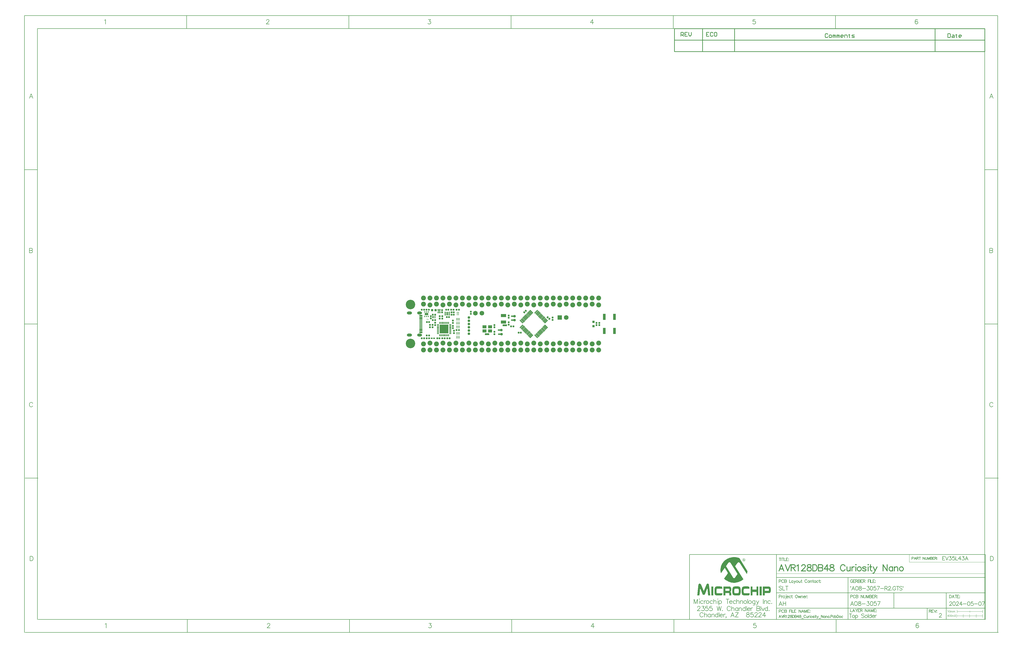
<source format=gts>
G04*
G04 #@! TF.GenerationSoftware,Altium Limited,Altium Designer,24.4.1 (13)*
G04*
G04 Layer_Color=8388736*
%FSLAX43Y43*%
%MOMM*%
G71*
G04*
G04 #@! TF.SameCoordinates,F18E46F5-819F-4097-AB80-730C87273495*
G04*
G04*
G04 #@! TF.FilePolarity,Negative*
G04*
G01*
G75*
%ADD11C,0.100*%
%ADD12C,0.254*%
%ADD13C,0.150*%
%ADD14C,0.200*%
%ADD15C,0.127*%
%ADD18C,0.178*%
%ADD21C,0.350*%
%ADD22C,0.180*%
G04:AMPARAMS|DCode=38|XSize=0.15mm|YSize=0.5mm|CornerRadius=0.05mm|HoleSize=0mm|Usage=FLASHONLY|Rotation=0.000|XOffset=0mm|YOffset=0mm|HoleType=Round|Shape=RoundedRectangle|*
%AMROUNDEDRECTD38*
21,1,0.150,0.400,0,0,0.0*
21,1,0.050,0.500,0,0,0.0*
1,1,0.100,0.025,-0.200*
1,1,0.100,-0.025,-0.200*
1,1,0.100,-0.025,0.200*
1,1,0.100,0.025,0.200*
%
%ADD38ROUNDEDRECTD38*%
%ADD56R,1.325X0.500*%
%ADD57R,1.800X0.700*%
%ADD58R,0.770X0.620*%
%ADD59R,1.270X0.420*%
%ADD60R,1.270X0.720*%
G04:AMPARAMS|DCode=61|XSize=0.67mm|YSize=0.72mm|CornerRadius=0.198mm|HoleSize=0mm|Usage=FLASHONLY|Rotation=0.000|XOffset=0mm|YOffset=0mm|HoleType=Round|Shape=RoundedRectangle|*
%AMROUNDEDRECTD61*
21,1,0.670,0.325,0,0,0.0*
21,1,0.275,0.720,0,0,0.0*
1,1,0.395,0.138,-0.163*
1,1,0.395,-0.138,-0.163*
1,1,0.395,-0.138,0.163*
1,1,0.395,0.138,0.163*
%
%ADD61ROUNDEDRECTD61*%
G04:AMPARAMS|DCode=62|XSize=0.67mm|YSize=0.72mm|CornerRadius=0.198mm|HoleSize=0mm|Usage=FLASHONLY|Rotation=270.000|XOffset=0mm|YOffset=0mm|HoleType=Round|Shape=RoundedRectangle|*
%AMROUNDEDRECTD62*
21,1,0.670,0.325,0,0,270.0*
21,1,0.275,0.720,0,0,270.0*
1,1,0.395,-0.163,-0.138*
1,1,0.395,-0.163,0.138*
1,1,0.395,0.163,0.138*
1,1,0.395,0.163,-0.138*
%
%ADD62ROUNDEDRECTD62*%
%ADD63R,0.720X0.620*%
%ADD64O,0.280X0.850*%
%ADD65O,0.850X0.280*%
%ADD66R,3.400X3.400*%
G04:AMPARAMS|DCode=67|XSize=0.25mm|YSize=0.15mm|CornerRadius=0.05mm|HoleSize=0mm|Usage=FLASHONLY|Rotation=0.000|XOffset=0mm|YOffset=0mm|HoleType=Round|Shape=RoundedRectangle|*
%AMROUNDEDRECTD67*
21,1,0.250,0.050,0,0,0.0*
21,1,0.150,0.150,0,0,0.0*
1,1,0.100,0.075,-0.025*
1,1,0.100,-0.075,-0.025*
1,1,0.100,-0.075,0.025*
1,1,0.100,0.075,0.025*
%
%ADD67ROUNDEDRECTD67*%
%ADD68R,0.635X0.285*%
%ADD69R,0.635X0.270*%
%ADD70R,0.380X0.520*%
%ADD71R,1.420X0.920*%
%ADD72R,0.520X0.370*%
%ADD73R,0.520X0.820*%
G04:AMPARAMS|DCode=74|XSize=0.882mm|YSize=0.882mm|CornerRadius=0.251mm|HoleSize=0mm|Usage=FLASHONLY|Rotation=180.000|XOffset=0mm|YOffset=0mm|HoleType=Round|Shape=RoundedRectangle|*
%AMROUNDEDRECTD74*
21,1,0.882,0.381,0,0,180.0*
21,1,0.381,0.882,0,0,180.0*
1,1,0.501,-0.191,0.191*
1,1,0.501,0.191,0.191*
1,1,0.501,0.191,-0.191*
1,1,0.501,-0.191,-0.191*
%
%ADD74ROUNDEDRECTD74*%
%ADD75R,0.300X0.470*%
%ADD76R,1.060X0.400*%
%ADD77R,0.600X1.360*%
%ADD78R,0.700X0.350*%
%ADD79C,0.350*%
%ADD80R,1.520X1.270*%
%ADD81R,1.120X2.370*%
%ADD82R,0.920X0.920*%
%ADD83R,2.020X1.220*%
G04:AMPARAMS|DCode=84|XSize=0.67mm|YSize=0.72mm|CornerRadius=0.198mm|HoleSize=0mm|Usage=FLASHONLY|Rotation=135.000|XOffset=0mm|YOffset=0mm|HoleType=Round|Shape=RoundedRectangle|*
%AMROUNDEDRECTD84*
21,1,0.670,0.325,0,0,135.0*
21,1,0.275,0.720,0,0,135.0*
1,1,0.395,0.018,0.212*
1,1,0.395,0.212,0.018*
1,1,0.395,-0.018,-0.212*
1,1,0.395,-0.212,-0.018*
%
%ADD84ROUNDEDRECTD84*%
G04:AMPARAMS|DCode=85|XSize=0.67mm|YSize=0.72mm|CornerRadius=0.198mm|HoleSize=0mm|Usage=FLASHONLY|Rotation=45.000|XOffset=0mm|YOffset=0mm|HoleType=Round|Shape=RoundedRectangle|*
%AMROUNDEDRECTD85*
21,1,0.670,0.325,0,0,45.0*
21,1,0.275,0.720,0,0,45.0*
1,1,0.395,0.212,-0.018*
1,1,0.395,0.018,-0.212*
1,1,0.395,-0.212,0.018*
1,1,0.395,-0.018,0.212*
%
%ADD85ROUNDEDRECTD85*%
G04:AMPARAMS|DCode=86|XSize=0.42mm|YSize=1.77mm|CornerRadius=0mm|HoleSize=0mm|Usage=FLASHONLY|Rotation=225.000|XOffset=0mm|YOffset=0mm|HoleType=Round|Shape=Round|*
%AMOVALD86*
21,1,1.350,0.420,0.000,0.000,315.0*
1,1,0.420,-0.477,0.477*
1,1,0.420,0.477,-0.477*
%
%ADD86OVALD86*%

G04:AMPARAMS|DCode=87|XSize=0.42mm|YSize=1.77mm|CornerRadius=0mm|HoleSize=0mm|Usage=FLASHONLY|Rotation=135.000|XOffset=0mm|YOffset=0mm|HoleType=Round|Shape=Round|*
%AMOVALD87*
21,1,1.350,0.420,0.000,0.000,225.0*
1,1,0.420,0.477,0.477*
1,1,0.420,-0.477,-0.477*
%
%ADD87OVALD87*%

%ADD88C,1.020*%
%ADD89C,1.820*%
%ADD90R,1.820X1.820*%
%ADD91O,2.020X1.120*%
%ADD92O,1.920X1.120*%
%ADD93C,3.720*%
%ADD94C,1.902*%
%ADD95C,0.120*%
%ADD96C,0.500*%
G36*
X133107Y-81546D02*
X133192Y-81567D01*
X133298Y-81610D01*
X133404Y-81673D01*
X133488Y-81768D01*
X133552Y-81906D01*
X133563Y-81980D01*
X133573Y-82075D01*
Y-82086D01*
Y-82096D01*
X133563Y-82160D01*
X133541Y-82255D01*
X133510Y-82361D01*
X133436Y-82467D01*
X133340Y-82562D01*
X133277Y-82604D01*
X133203Y-82625D01*
X133118Y-82647D01*
X133023Y-82657D01*
X132981D01*
X132938Y-82647D01*
X132885Y-82636D01*
X132811Y-82615D01*
X132748Y-82583D01*
X132674Y-82541D01*
X132610Y-82488D01*
X132600Y-82477D01*
X132589Y-82456D01*
X132557Y-82424D01*
X132526Y-82371D01*
X132494Y-82308D01*
X132473Y-82244D01*
X132451Y-82160D01*
X132441Y-82075D01*
Y-82065D01*
Y-82033D01*
X132451Y-82001D01*
X132462Y-81948D01*
X132483Y-81885D01*
X132515Y-81821D01*
X132557Y-81758D01*
X132610Y-81694D01*
X132621Y-81684D01*
X132642Y-81673D01*
X132674Y-81641D01*
X132727Y-81610D01*
X132790Y-81588D01*
X132854Y-81557D01*
X132938Y-81546D01*
X133023Y-81535D01*
X133044D01*
X133107Y-81546D01*
D02*
G37*
G36*
X129393Y-81049D02*
X129499D01*
X129616Y-81059D01*
X129753Y-81070D01*
X129891Y-81091D01*
X130049Y-81112D01*
X130219Y-81144D01*
X130557Y-81218D01*
X130917Y-81324D01*
X131266Y-81461D01*
X134441Y-86498D01*
Y-86509D01*
Y-86541D01*
X134430Y-86593D01*
Y-86657D01*
X134420Y-86742D01*
X134398Y-86826D01*
X134356Y-87038D01*
Y-87049D01*
X134346Y-87091D01*
X134335Y-87144D01*
X134314Y-87228D01*
X134282Y-87324D01*
X134261Y-87429D01*
X134187Y-87662D01*
X131436Y-83366D01*
X131425Y-83356D01*
X131393Y-83313D01*
X131351Y-83260D01*
X131298Y-83197D01*
X131224Y-83133D01*
X131139Y-83080D01*
X131044Y-83038D01*
X130938Y-83027D01*
X130896D01*
X130854Y-83049D01*
X130790Y-83070D01*
X130727Y-83102D01*
X130653Y-83165D01*
X130568Y-83239D01*
X130483Y-83345D01*
X129563Y-84604D01*
X132801Y-89704D01*
X132779Y-89715D01*
X132727Y-89768D01*
X132642Y-89831D01*
X132526Y-89916D01*
X132377Y-90022D01*
X132197Y-90138D01*
X131986Y-90265D01*
X131753Y-90392D01*
X131489Y-90519D01*
X131203Y-90646D01*
X130896Y-90763D01*
X130568Y-90868D01*
X130219Y-90953D01*
X129848Y-91017D01*
X129457Y-91070D01*
X129055Y-91080D01*
X128959D01*
X128907Y-91070D01*
X128843D01*
X128684Y-91059D01*
X128494Y-91027D01*
X128272Y-90995D01*
X128018Y-90943D01*
X127753Y-90868D01*
X127457Y-90784D01*
X127150Y-90678D01*
X126833Y-90540D01*
X126515Y-90382D01*
X126187Y-90191D01*
X125859Y-89969D01*
X125542Y-89715D01*
X125235Y-89429D01*
X126610Y-87535D01*
X126621Y-87525D01*
X126632Y-87504D01*
X126642Y-87472D01*
X126653Y-87429D01*
X126663Y-87377D01*
X126684Y-87313D01*
X126695Y-87228D01*
Y-87218D01*
Y-87197D01*
X126684Y-87165D01*
X126674Y-87123D01*
X126663Y-87070D01*
X126632Y-87006D01*
X126600Y-86932D01*
X126547Y-86847D01*
X125531Y-85260D01*
X124018Y-87355D01*
Y-87345D01*
X124007Y-87324D01*
X123997Y-87292D01*
X123986Y-87239D01*
X123976Y-87186D01*
X123965Y-87112D01*
X123933Y-86943D01*
X123891Y-86742D01*
X123870Y-86509D01*
X123849Y-86255D01*
X123838Y-85980D01*
Y-85969D01*
Y-85959D01*
Y-85895D01*
X123849Y-85789D01*
X123859Y-85652D01*
X123880Y-85482D01*
X123912Y-85281D01*
X123965Y-85059D01*
X124018Y-84816D01*
X124092Y-84562D01*
X124187Y-84287D01*
X124314Y-84012D01*
X124452Y-83715D01*
X124621Y-83430D01*
X124811Y-83144D01*
X125034Y-82858D01*
X125288Y-82583D01*
X125309Y-82562D01*
X125362Y-82520D01*
X125446Y-82435D01*
X125563Y-82340D01*
X125722Y-82223D01*
X125901Y-82096D01*
X126113Y-81959D01*
X126356Y-81811D01*
X126632Y-81662D01*
X126928Y-81525D01*
X127245Y-81398D01*
X127594Y-81282D01*
X127965Y-81176D01*
X128356Y-81102D01*
X128769Y-81059D01*
X129203Y-81038D01*
X129319D01*
X129393Y-81049D01*
D02*
G37*
G36*
X134663Y-92509D02*
X134748D01*
X134822Y-92519D01*
X134875Y-92530D01*
X134885D01*
X134917Y-92540D01*
X134959Y-92562D01*
X135012Y-92593D01*
X135065Y-92636D01*
X135118Y-92699D01*
X135160Y-92773D01*
X135192Y-92868D01*
Y-92879D01*
Y-92900D01*
X135203Y-92942D01*
Y-93006D01*
Y-93080D01*
X135213Y-93175D01*
Y-93292D01*
Y-93419D01*
X133330Y-93376D01*
X133309D01*
X133266Y-93387D01*
X133192Y-93408D01*
X133118Y-93461D01*
X133033Y-93535D01*
X133002Y-93599D01*
X132959Y-93662D01*
X132938Y-93736D01*
X132917Y-93831D01*
X132896Y-93937D01*
Y-94064D01*
Y-94456D01*
Y-94466D01*
Y-94487D01*
Y-94519D01*
X132906Y-94561D01*
X132917Y-94678D01*
X132949Y-94794D01*
X133002Y-94921D01*
X133076Y-95038D01*
X133118Y-95080D01*
X133182Y-95112D01*
X133245Y-95133D01*
X133319Y-95143D01*
X135245D01*
Y-95154D01*
Y-95165D01*
Y-95228D01*
Y-95323D01*
X135234Y-95440D01*
X135224Y-95556D01*
X135203Y-95662D01*
X135171Y-95757D01*
X135139Y-95831D01*
X135129Y-95842D01*
X135107Y-95863D01*
X135076Y-95884D01*
X135012Y-95916D01*
X134928Y-95958D01*
X134822Y-95979D01*
X134674Y-96001D01*
X134504Y-96011D01*
X133139D01*
X133097Y-96001D01*
X132981Y-95990D01*
X132843Y-95969D01*
X132695Y-95926D01*
X132547Y-95863D01*
X132420Y-95768D01*
X132314Y-95651D01*
X132303Y-95641D01*
X132293Y-95598D01*
X132261Y-95535D01*
X132240Y-95440D01*
X132208Y-95313D01*
X132176Y-95165D01*
X132166Y-94985D01*
X132155Y-94784D01*
Y-93757D01*
Y-93747D01*
Y-93715D01*
Y-93673D01*
X132166Y-93620D01*
Y-93546D01*
X132176Y-93472D01*
X132208Y-93292D01*
X132261Y-93101D01*
X132324Y-92921D01*
X132430Y-92752D01*
X132494Y-92689D01*
X132568Y-92636D01*
X132578Y-92625D01*
X132610Y-92614D01*
X132652Y-92593D01*
X132727Y-92562D01*
X132811Y-92540D01*
X132928Y-92519D01*
X133055Y-92509D01*
X133203Y-92498D01*
X134578D01*
X134663Y-92509D01*
D02*
G37*
G36*
X138673Y-95990D02*
X137943D01*
Y-94678D01*
X136388D01*
Y-95990D01*
X135700D01*
Y-92530D01*
X136388D01*
Y-93757D01*
X137943D01*
Y-92530D01*
X138673D01*
Y-95990D01*
D02*
G37*
G36*
X118981Y-91398D02*
X119045Y-91419D01*
X119119Y-91450D01*
X119203Y-91514D01*
X119277Y-91609D01*
X119309Y-91673D01*
X119330Y-91747D01*
X119362Y-91831D01*
X119373Y-91927D01*
X119838Y-95990D01*
X118970D01*
X118727Y-93069D01*
X118716D01*
X117817Y-95408D01*
X117806Y-95429D01*
X117785Y-95471D01*
X117754Y-95535D01*
X117701Y-95598D01*
X117627Y-95673D01*
X117542Y-95736D01*
X117436Y-95778D01*
X117309Y-95800D01*
X117288D01*
X117246Y-95789D01*
X117182Y-95778D01*
X117097Y-95747D01*
X117002Y-95704D01*
X116918Y-95630D01*
X116833Y-95535D01*
X116769Y-95408D01*
X115881Y-93112D01*
X115870D01*
X115616Y-95990D01*
X114770D01*
X115214Y-91884D01*
Y-91874D01*
Y-91863D01*
X115235Y-91810D01*
X115256Y-91726D01*
X115299Y-91630D01*
X115352Y-91546D01*
X115436Y-91461D01*
X115542Y-91408D01*
X115605Y-91387D01*
X115701D01*
X115754Y-91398D01*
X115828Y-91408D01*
X115923Y-91440D01*
X116029Y-91503D01*
X116135Y-91588D01*
X116230Y-91694D01*
X116272Y-91768D01*
X116304Y-91853D01*
X117288Y-94360D01*
X117309D01*
X118293Y-91853D01*
Y-91842D01*
X118304Y-91831D01*
X118325Y-91778D01*
X118378Y-91704D01*
X118441Y-91620D01*
X118526Y-91535D01*
X118632Y-91461D01*
X118759Y-91408D01*
X118833Y-91387D01*
X118939D01*
X118981Y-91398D01*
D02*
G37*
G36*
X142800Y-92540D02*
X142906Y-92562D01*
X143044Y-92604D01*
X143181Y-92667D01*
X143308Y-92773D01*
X143372Y-92837D01*
X143425Y-92921D01*
X143467Y-93006D01*
X143499Y-93112D01*
Y-93122D01*
X143509Y-93154D01*
X143520Y-93207D01*
X143530Y-93271D01*
X143541Y-93366D01*
X143552Y-93472D01*
X143562Y-93588D01*
Y-93726D01*
Y-93990D01*
Y-94001D01*
Y-94022D01*
Y-94043D01*
Y-94085D01*
X143552Y-94202D01*
X143541Y-94329D01*
X143509Y-94477D01*
X143477Y-94625D01*
X143425Y-94773D01*
X143351Y-94890D01*
X143340Y-94900D01*
X143319Y-94921D01*
X143287Y-94964D01*
X143234Y-94995D01*
X143171Y-95038D01*
X143086Y-95080D01*
X142991Y-95101D01*
X142885Y-95112D01*
X141171D01*
Y-95990D01*
X140451D01*
Y-92530D01*
X142758D01*
X142800Y-92540D01*
D02*
G37*
G36*
X139986Y-95990D02*
X139181D01*
Y-92530D01*
X139986D01*
Y-95990D01*
D02*
G37*
G36*
X127446Y-92540D02*
X127489D01*
X127605Y-92583D01*
X127658Y-92614D01*
X127732Y-92657D01*
X127796Y-92710D01*
X127848Y-92784D01*
X127912Y-92858D01*
X127965Y-92964D01*
X128007Y-93080D01*
X128039Y-93218D01*
X128060Y-93376D01*
X128071Y-93556D01*
Y-93768D01*
Y-93778D01*
Y-93800D01*
Y-93831D01*
X128060Y-93884D01*
X128049Y-94001D01*
X128018Y-94149D01*
X127975Y-94297D01*
X127901Y-94445D01*
X127806Y-94561D01*
X127753Y-94604D01*
X127679Y-94636D01*
Y-94646D01*
X127700Y-94657D01*
X127743Y-94667D01*
X127806Y-94710D01*
X127880Y-94784D01*
X127944Y-94879D01*
X128007Y-95016D01*
X128039Y-95091D01*
X128049Y-95186D01*
X128071Y-95292D01*
Y-95408D01*
Y-95990D01*
X127340D01*
Y-95577D01*
Y-95567D01*
Y-95535D01*
Y-95482D01*
Y-95429D01*
X127330Y-95302D01*
X127319Y-95249D01*
X127309Y-95218D01*
Y-95207D01*
X127298Y-95196D01*
X127256Y-95143D01*
X127171Y-95101D01*
X127118Y-95091D01*
X127055Y-95080D01*
X125764D01*
Y-95990D01*
X125034D01*
Y-92530D01*
X127415D01*
X127446Y-92540D01*
D02*
G37*
G36*
X121076Y-95990D02*
X120261D01*
Y-92530D01*
X121076D01*
Y-95990D01*
D02*
G37*
G36*
X130917Y-92509D02*
X131044Y-92540D01*
X131182Y-92572D01*
X131319Y-92625D01*
X131436Y-92699D01*
X131531Y-92805D01*
X131541Y-92815D01*
X131563Y-92858D01*
X131605Y-92932D01*
X131647Y-93038D01*
X131679Y-93165D01*
X131721Y-93323D01*
X131742Y-93514D01*
X131753Y-93736D01*
Y-94773D01*
Y-94784D01*
Y-94815D01*
Y-94858D01*
X131742Y-94921D01*
Y-95006D01*
X131732Y-95091D01*
X131690Y-95281D01*
X131626Y-95482D01*
X131541Y-95673D01*
X131478Y-95757D01*
X131414Y-95831D01*
X131330Y-95895D01*
X131245Y-95948D01*
X131235D01*
X131213Y-95958D01*
X131160Y-95969D01*
X131108Y-95979D01*
X131023Y-95990D01*
X130938Y-96001D01*
X130832Y-96011D01*
X129499D01*
X129457Y-96001D01*
X129340Y-95990D01*
X129213Y-95969D01*
X129076Y-95926D01*
X128928Y-95874D01*
X128801Y-95789D01*
X128695Y-95683D01*
X128684Y-95673D01*
X128663Y-95630D01*
X128631Y-95556D01*
X128600Y-95461D01*
X128568Y-95334D01*
X128536Y-95175D01*
X128515Y-94995D01*
X128504Y-94773D01*
Y-93736D01*
Y-93726D01*
Y-93694D01*
Y-93641D01*
X128515Y-93577D01*
X128526Y-93493D01*
X128536Y-93397D01*
X128579Y-93196D01*
X128653Y-92995D01*
X128706Y-92890D01*
X128758Y-92794D01*
X128833Y-92710D01*
X128907Y-92636D01*
X129002Y-92583D01*
X129108Y-92540D01*
X129118D01*
X129139Y-92530D01*
X129182D01*
X129235Y-92519D01*
X129298Y-92509D01*
X129372D01*
X129552Y-92498D01*
X130811D01*
X130917Y-92509D01*
D02*
G37*
G36*
X123849D02*
X124018Y-92519D01*
X124177Y-92530D01*
X124240Y-92540D01*
X124304Y-92551D01*
X124346Y-92562D01*
X124378Y-92572D01*
X124388Y-92583D01*
X124409Y-92604D01*
X124441Y-92646D01*
X124473Y-92720D01*
X124505Y-92815D01*
X124526Y-92890D01*
X124536Y-92964D01*
X124547Y-93048D01*
X124558Y-93144D01*
X124568Y-93249D01*
Y-93376D01*
X122674D01*
X122632Y-93387D01*
X122589Y-93397D01*
X122484Y-93429D01*
X122431Y-93472D01*
X122388Y-93514D01*
Y-93524D01*
X122367Y-93546D01*
X122357Y-93577D01*
X122335Y-93630D01*
X122314Y-93704D01*
X122293Y-93800D01*
X122282Y-93927D01*
X122272Y-94064D01*
Y-94456D01*
Y-94477D01*
Y-94519D01*
Y-94593D01*
X122282Y-94667D01*
Y-94763D01*
X122293Y-94847D01*
X122304Y-94921D01*
X122325Y-94974D01*
Y-94985D01*
X122346Y-94995D01*
X122367Y-95027D01*
X122409Y-95059D01*
X122452Y-95091D01*
X122515Y-95112D01*
X122589Y-95133D01*
X122685Y-95143D01*
X124621D01*
Y-95154D01*
Y-95165D01*
Y-95228D01*
Y-95313D01*
X124610Y-95419D01*
X124600Y-95524D01*
X124579Y-95630D01*
X124547Y-95725D01*
X124515Y-95800D01*
X124505Y-95810D01*
X124483Y-95831D01*
X124441Y-95863D01*
X124388Y-95905D01*
X124293Y-95948D01*
X124187Y-95979D01*
X124039Y-96001D01*
X123870Y-96011D01*
X122473D01*
X122367Y-96001D01*
X122251Y-95979D01*
X122113Y-95948D01*
X121976Y-95895D01*
X121849Y-95831D01*
X121743Y-95736D01*
X121732Y-95725D01*
X121711Y-95683D01*
X121669Y-95609D01*
X121626Y-95514D01*
X121584Y-95376D01*
X121542Y-95218D01*
X121521Y-95016D01*
X121510Y-94773D01*
Y-93736D01*
Y-93726D01*
Y-93683D01*
Y-93630D01*
X121521Y-93567D01*
X121531Y-93472D01*
X121552Y-93376D01*
X121605Y-93165D01*
X121690Y-92953D01*
X121743Y-92847D01*
X121817Y-92752D01*
X121902Y-92667D01*
X121997Y-92593D01*
X122103Y-92540D01*
X122230Y-92509D01*
X122282D01*
X122325Y-92498D01*
X123679D01*
X123849Y-92509D01*
D02*
G37*
%LPC*%
G36*
X133107Y-81631D02*
X133002D01*
X132949Y-81641D01*
X132864Y-81652D01*
X132779Y-81684D01*
X132684Y-81737D01*
X132600Y-81821D01*
X132547Y-81927D01*
X132536Y-82001D01*
X132526Y-82075D01*
Y-82086D01*
Y-82107D01*
X132536Y-82149D01*
X132547Y-82202D01*
X132589Y-82319D01*
X132621Y-82371D01*
X132663Y-82435D01*
X132674Y-82445D01*
X132695Y-82456D01*
X132727Y-82477D01*
X132769Y-82498D01*
X132875Y-82551D01*
X132949Y-82562D01*
X133023Y-82572D01*
X133044D01*
X133097Y-82562D01*
X133171Y-82541D01*
X133256Y-82509D01*
X133340Y-82445D01*
X133414Y-82361D01*
X133467Y-82234D01*
X133488Y-82160D01*
Y-82075D01*
Y-82054D01*
X133478Y-82001D01*
X133467Y-81938D01*
X133436Y-81853D01*
X133372Y-81768D01*
X133287Y-81705D01*
X133182Y-81652D01*
X133107Y-81631D01*
D02*
G37*
%LPD*%
G36*
X133097Y-81768D02*
X133139Y-81779D01*
X133182Y-81811D01*
X133224Y-81842D01*
X133245Y-81895D01*
X133256Y-81959D01*
Y-81969D01*
Y-81990D01*
X133234Y-82054D01*
X133213Y-82086D01*
X133192Y-82117D01*
X133150Y-82139D01*
X133097Y-82149D01*
X133277Y-82435D01*
X133171D01*
X132991Y-82149D01*
X132885D01*
Y-82435D01*
X132779D01*
Y-81758D01*
X133055D01*
X133097Y-81768D01*
D02*
G37*
%LPC*%
G36*
X133055Y-81853D02*
X132885D01*
Y-82065D01*
X133065D01*
X133107Y-82054D01*
X133139Y-82022D01*
X133150Y-81959D01*
Y-81938D01*
X133139Y-81906D01*
X133107Y-81874D01*
X133055Y-81853D01*
D02*
G37*
G36*
X127372Y-83017D02*
X127330D01*
X127277Y-83038D01*
X127214Y-83059D01*
X127139Y-83091D01*
X127065Y-83154D01*
X126970Y-83229D01*
X126885Y-83334D01*
X125997Y-84583D01*
X128695Y-88858D01*
X128706Y-88879D01*
X128737Y-88921D01*
X128780Y-88985D01*
X128843Y-89048D01*
X128917Y-89122D01*
X128991Y-89186D01*
X129065Y-89228D01*
X129150Y-89249D01*
X129192D01*
X129245Y-89239D01*
X129309Y-89218D01*
X129383Y-89175D01*
X129457Y-89133D01*
X129541Y-89059D01*
X129616Y-88964D01*
X130557Y-87609D01*
X127848Y-83345D01*
X127838Y-83334D01*
X127817Y-83292D01*
X127764Y-83239D01*
X127711Y-83176D01*
X127637Y-83123D01*
X127563Y-83070D01*
X127467Y-83027D01*
X127372Y-83017D01*
D02*
G37*
G36*
X142525Y-93366D02*
X141171D01*
Y-94244D01*
X142589D01*
X142610Y-94233D01*
X142652Y-94223D01*
X142694Y-94202D01*
X142726Y-94159D01*
X142769Y-94096D01*
X142790Y-94001D01*
X142800Y-93884D01*
Y-93757D01*
Y-93736D01*
Y-93694D01*
X142790Y-93630D01*
X142769Y-93556D01*
X142737Y-93493D01*
X142684Y-93429D01*
X142620Y-93387D01*
X142525Y-93366D01*
D02*
G37*
G36*
X127023D02*
X125764D01*
Y-94233D01*
X127108D01*
X127139Y-94223D01*
X127192Y-94212D01*
X127245Y-94181D01*
X127288Y-94138D01*
X127340Y-94075D01*
X127372Y-93979D01*
X127383Y-93852D01*
Y-93757D01*
Y-93736D01*
Y-93694D01*
X127362Y-93630D01*
X127340Y-93556D01*
X127298Y-93493D01*
X127235Y-93429D01*
X127139Y-93387D01*
X127023Y-93366D01*
D02*
G37*
G36*
X130557D02*
X129668D01*
X129626Y-93376D01*
X129573Y-93387D01*
X129520Y-93408D01*
X129467Y-93429D01*
X129415Y-93472D01*
X129362Y-93524D01*
Y-93535D01*
X129340Y-93556D01*
X129330Y-93588D01*
X129309Y-93651D01*
X129288Y-93726D01*
X129277Y-93810D01*
X129256Y-93927D01*
Y-94064D01*
Y-94456D01*
Y-94477D01*
Y-94519D01*
Y-94583D01*
X129266Y-94667D01*
X129288Y-94847D01*
X129309Y-94932D01*
X129330Y-94995D01*
Y-95006D01*
X129351Y-95016D01*
X129372Y-95038D01*
X129404Y-95069D01*
X129446Y-95101D01*
X129499Y-95122D01*
X129573Y-95133D01*
X129658Y-95143D01*
X130600D01*
X130653Y-95133D01*
X130727Y-95112D01*
X130811Y-95059D01*
X130885Y-94974D01*
X130928Y-94921D01*
X130959Y-94858D01*
X130991Y-94773D01*
X131012Y-94678D01*
X131033Y-94572D01*
Y-94456D01*
Y-94064D01*
Y-94043D01*
Y-94001D01*
X131023Y-93937D01*
X131012Y-93852D01*
X130970Y-93673D01*
X130938Y-93588D01*
X130885Y-93524D01*
X130875Y-93514D01*
X130864Y-93503D01*
X130832Y-93472D01*
X130790Y-93440D01*
X130684Y-93387D01*
X130631Y-93376D01*
X130557Y-93366D01*
D02*
G37*
%LPD*%
D11*
X145770Y-87490D02*
X227590D01*
X197770Y-82990D02*
X227590Y-82990D01*
X216470Y-102290D02*
X226470D01*
X216310Y-103990D02*
X226470D01*
X197770Y-82990D02*
Y-79990D01*
X226470Y-104625D02*
Y-103355D01*
Y-102790D02*
Y-101790D01*
X223930Y-104625D02*
Y-103355D01*
X221390Y-104625D02*
Y-103355D01*
X218850Y-104625D02*
Y-103355D01*
X216310Y-104625D02*
Y-103355D01*
X216470Y-102790D02*
Y-101790D01*
X227590Y-82990D02*
Y-82990D01*
X221470Y-102590D02*
Y-101990D01*
X212770Y-102023D02*
X212836Y-101990D01*
X212936Y-101890D01*
Y-102590D01*
X213483Y-101890D02*
X213383Y-101923D01*
X213316Y-102023D01*
X213283Y-102190D01*
Y-102290D01*
X213316Y-102457D01*
X213383Y-102557D01*
X213483Y-102590D01*
X213549D01*
X213649Y-102557D01*
X213716Y-102457D01*
X213749Y-102290D01*
Y-102190D01*
X213716Y-102023D01*
X213649Y-101923D01*
X213549Y-101890D01*
X213483D01*
X213906Y-102123D02*
Y-102590D01*
Y-102257D02*
X214006Y-102157D01*
X214073Y-102123D01*
X214173D01*
X214239Y-102157D01*
X214273Y-102257D01*
Y-102590D01*
Y-102257D02*
X214372Y-102157D01*
X214439Y-102123D01*
X214539D01*
X214606Y-102157D01*
X214639Y-102257D01*
Y-102590D01*
X214859Y-102123D02*
Y-102590D01*
Y-102257D02*
X214959Y-102157D01*
X215026Y-102123D01*
X215126D01*
X215192Y-102157D01*
X215226Y-102257D01*
Y-102590D01*
Y-102257D02*
X215326Y-102157D01*
X215392Y-102123D01*
X215492D01*
X215559Y-102157D01*
X215592Y-102257D01*
Y-102590D01*
X213003Y-103590D02*
X212670Y-104057D01*
X213169D01*
X213003Y-103590D02*
Y-104290D01*
X213493Y-103590D02*
X213393Y-103623D01*
X213326Y-103723D01*
X213293Y-103890D01*
Y-103990D01*
X213326Y-104157D01*
X213393Y-104257D01*
X213493Y-104290D01*
X213559D01*
X213659Y-104257D01*
X213726Y-104157D01*
X213759Y-103990D01*
Y-103890D01*
X213726Y-103723D01*
X213659Y-103623D01*
X213559Y-103590D01*
X213493D01*
X214116D02*
X214016Y-103623D01*
X213949Y-103723D01*
X213916Y-103890D01*
Y-103990D01*
X213949Y-104157D01*
X214016Y-104257D01*
X214116Y-104290D01*
X214183D01*
X214283Y-104257D01*
X214349Y-104157D01*
X214382Y-103990D01*
Y-103890D01*
X214349Y-103723D01*
X214283Y-103623D01*
X214183Y-103590D01*
X214116D01*
X214539Y-103823D02*
Y-104290D01*
Y-103957D02*
X214639Y-103857D01*
X214706Y-103823D01*
X214806D01*
X214872Y-103857D01*
X214906Y-103957D01*
Y-104290D01*
Y-103957D02*
X215006Y-103857D01*
X215072Y-103823D01*
X215172D01*
X215239Y-103857D01*
X215272Y-103957D01*
Y-104290D01*
X215559Y-103590D02*
X215592Y-103623D01*
X215626Y-103590D01*
X215592Y-103557D01*
X215559Y-103590D01*
X215592Y-103823D02*
Y-104290D01*
X215749Y-103590D02*
Y-104290D01*
D12*
X227330Y116730D02*
Y125730D01*
X105830D02*
X227330D01*
X129330Y116730D02*
Y121230D01*
X105830D02*
Y125730D01*
Y121230D02*
X227330D01*
X116830D02*
Y125730D01*
X129330Y121230D02*
Y125730D01*
X207830Y121230D02*
Y125730D01*
X105830Y116730D02*
Y121230D01*
Y116730D02*
X227330D01*
X207830D02*
Y121230D01*
X116830Y116730D02*
Y121230D01*
X108330Y122730D02*
Y124254D01*
X109092D01*
X109346Y124000D01*
Y123492D01*
X109092Y123238D01*
X108330D01*
X108838D02*
X109346Y122730D01*
X110869Y124254D02*
X109854D01*
Y122730D01*
X110869D01*
X109854Y123492D02*
X110361D01*
X111377Y124254D02*
Y123238D01*
X111885Y122730D01*
X112393Y123238D01*
Y124254D01*
X119346D02*
X118330D01*
Y122730D01*
X119346D01*
X118330Y123492D02*
X118838D01*
X120869Y124000D02*
X120615Y124254D01*
X120107D01*
X119854Y124000D01*
Y122984D01*
X120107Y122730D01*
X120615D01*
X120869Y122984D01*
X122139Y124254D02*
X121631D01*
X121377Y124000D01*
Y122984D01*
X121631Y122730D01*
X122139D01*
X122393Y122984D01*
Y124000D01*
X122139Y124254D01*
X165846Y123500D02*
X165592Y123754D01*
X165084D01*
X164830Y123500D01*
Y122484D01*
X165084Y122230D01*
X165592D01*
X165846Y122484D01*
X166607Y122230D02*
X167115D01*
X167369Y122484D01*
Y122992D01*
X167115Y123246D01*
X166607D01*
X166354Y122992D01*
Y122484D01*
X166607Y122230D01*
X167877D02*
Y123246D01*
X168131D01*
X168385Y122992D01*
Y122230D01*
Y122992D01*
X168639Y123246D01*
X168893Y122992D01*
Y122230D01*
X169401D02*
Y123246D01*
X169654D01*
X169908Y122992D01*
Y122230D01*
Y122992D01*
X170162Y123246D01*
X170416Y122992D01*
Y122230D01*
X171686D02*
X171178D01*
X170924Y122484D01*
Y122992D01*
X171178Y123246D01*
X171686D01*
X171940Y122992D01*
Y122738D01*
X170924D01*
X172448Y122230D02*
Y123246D01*
X173209D01*
X173463Y122992D01*
Y122230D01*
X174225Y123500D02*
Y123246D01*
X173971D01*
X174479D01*
X174225D01*
Y122484D01*
X174479Y122230D01*
X175241D02*
X176002D01*
X176256Y122484D01*
X176002Y122738D01*
X175495D01*
X175241Y122992D01*
X175495Y123246D01*
X176256D01*
X212830Y123754D02*
Y122230D01*
X213592D01*
X213846Y122484D01*
Y123500D01*
X213592Y123754D01*
X212830D01*
X214607Y123246D02*
X215115D01*
X215369Y122992D01*
Y122230D01*
X214607D01*
X214354Y122484D01*
X214607Y122738D01*
X215369D01*
X216131Y123500D02*
Y123246D01*
X215877D01*
X216385D01*
X216131D01*
Y122484D01*
X216385Y122230D01*
X217908D02*
X217401D01*
X217147Y122484D01*
Y122992D01*
X217401Y123246D01*
X217908D01*
X218162Y122992D01*
Y122738D01*
X217147D01*
D13*
X174769Y-103240D02*
Y-104740D01*
X174270Y-103240D02*
X175269D01*
X175805Y-103740D02*
X175662Y-103812D01*
X175519Y-103954D01*
X175448Y-104169D01*
Y-104312D01*
X175519Y-104526D01*
X175662Y-104669D01*
X175805Y-104740D01*
X176019D01*
X176162Y-104669D01*
X176305Y-104526D01*
X176376Y-104312D01*
Y-104169D01*
X176305Y-103954D01*
X176162Y-103812D01*
X176019Y-103740D01*
X175805D01*
X176705D02*
Y-105240D01*
Y-103954D02*
X176848Y-103812D01*
X176990Y-103740D01*
X177205D01*
X177347Y-103812D01*
X177490Y-103954D01*
X177562Y-104169D01*
Y-104312D01*
X177490Y-104526D01*
X177347Y-104669D01*
X177205Y-104740D01*
X176990D01*
X176848Y-104669D01*
X176705Y-104526D01*
X180061Y-103455D02*
X179918Y-103312D01*
X179704Y-103240D01*
X179418D01*
X179204Y-103312D01*
X179061Y-103455D01*
Y-103597D01*
X179133Y-103740D01*
X179204Y-103812D01*
X179347Y-103883D01*
X179775Y-104026D01*
X179918Y-104097D01*
X179990Y-104169D01*
X180061Y-104312D01*
Y-104526D01*
X179918Y-104669D01*
X179704Y-104740D01*
X179418D01*
X179204Y-104669D01*
X179061Y-104526D01*
X180754Y-103740D02*
X180611Y-103812D01*
X180468Y-103954D01*
X180397Y-104169D01*
Y-104312D01*
X180468Y-104526D01*
X180611Y-104669D01*
X180754Y-104740D01*
X180968D01*
X181111Y-104669D01*
X181254Y-104526D01*
X181325Y-104312D01*
Y-104169D01*
X181254Y-103954D01*
X181111Y-103812D01*
X180968Y-103740D01*
X180754D01*
X181654Y-103240D02*
Y-104740D01*
X182825Y-103240D02*
Y-104740D01*
Y-103954D02*
X182682Y-103812D01*
X182539Y-103740D01*
X182325D01*
X182182Y-103812D01*
X182039Y-103954D01*
X181968Y-104169D01*
Y-104312D01*
X182039Y-104526D01*
X182182Y-104669D01*
X182325Y-104740D01*
X182539D01*
X182682Y-104669D01*
X182825Y-104526D01*
X183225Y-104169D02*
X184082D01*
Y-104026D01*
X184010Y-103883D01*
X183939Y-103812D01*
X183796Y-103740D01*
X183582D01*
X183439Y-103812D01*
X183296Y-103954D01*
X183225Y-104169D01*
Y-104312D01*
X183296Y-104526D01*
X183439Y-104669D01*
X183582Y-104740D01*
X183796D01*
X183939Y-104669D01*
X184082Y-104526D01*
X184403Y-103740D02*
Y-104740D01*
Y-104169D02*
X184474Y-103954D01*
X184617Y-103812D01*
X184760Y-103740D01*
X184974D01*
X198770Y-81514D02*
X199198D01*
X199341Y-81466D01*
X199388Y-81419D01*
X199436Y-81323D01*
Y-81181D01*
X199388Y-81085D01*
X199341Y-81038D01*
X199198Y-80990D01*
X198770D01*
Y-81990D01*
X200422D02*
X200041Y-80990D01*
X199660Y-81990D01*
X199803Y-81657D02*
X200279D01*
X200655Y-80990D02*
Y-81990D01*
Y-80990D02*
X201083D01*
X201226Y-81038D01*
X201274Y-81085D01*
X201321Y-81181D01*
Y-81276D01*
X201274Y-81371D01*
X201226Y-81419D01*
X201083Y-81466D01*
X200655D01*
X200988D02*
X201321Y-81990D01*
X201878Y-80990D02*
Y-81990D01*
X201545Y-80990D02*
X202212D01*
X203116D02*
Y-81990D01*
Y-80990D02*
X203783Y-81990D01*
Y-80990D02*
Y-81990D01*
X204059Y-80990D02*
Y-81704D01*
X204106Y-81847D01*
X204202Y-81942D01*
X204345Y-81990D01*
X204440D01*
X204583Y-81942D01*
X204678Y-81847D01*
X204725Y-81704D01*
Y-80990D01*
X205002D02*
Y-81990D01*
Y-80990D02*
X205382Y-81990D01*
X205763Y-80990D02*
X205382Y-81990D01*
X205763Y-80990D02*
Y-81990D01*
X206049Y-80990D02*
Y-81990D01*
Y-80990D02*
X206477D01*
X206620Y-81038D01*
X206668Y-81085D01*
X206715Y-81181D01*
Y-81276D01*
X206668Y-81371D01*
X206620Y-81419D01*
X206477Y-81466D01*
X206049D02*
X206477D01*
X206620Y-81514D01*
X206668Y-81561D01*
X206715Y-81657D01*
Y-81800D01*
X206668Y-81895D01*
X206620Y-81942D01*
X206477Y-81990D01*
X206049D01*
X207558Y-80990D02*
X206939D01*
Y-81990D01*
X207558D01*
X206939Y-81466D02*
X207320D01*
X207725Y-80990D02*
Y-81990D01*
Y-80990D02*
X208153D01*
X208296Y-81038D01*
X208344Y-81085D01*
X208391Y-81181D01*
Y-81276D01*
X208344Y-81371D01*
X208296Y-81419D01*
X208153Y-81466D01*
X207725D01*
X208058D02*
X208391Y-81990D01*
X208663Y-81323D02*
X208615Y-81371D01*
X208663Y-81419D01*
X208710Y-81371D01*
X208663Y-81323D01*
Y-81895D02*
X208615Y-81942D01*
X208663Y-81990D01*
X208710Y-81942D01*
X208663Y-81895D01*
X213541Y-98847D02*
Y-98776D01*
X213612Y-98633D01*
X213684Y-98562D01*
X213827Y-98490D01*
X214112D01*
X214255Y-98562D01*
X214326Y-98633D01*
X214398Y-98776D01*
Y-98919D01*
X214326Y-99062D01*
X214184Y-99276D01*
X213470Y-99990D01*
X214469D01*
X215233Y-98490D02*
X215019Y-98562D01*
X214876Y-98776D01*
X214805Y-99133D01*
Y-99347D01*
X214876Y-99704D01*
X215019Y-99919D01*
X215233Y-99990D01*
X215376D01*
X215590Y-99919D01*
X215733Y-99704D01*
X215805Y-99347D01*
Y-99133D01*
X215733Y-98776D01*
X215590Y-98562D01*
X215376Y-98490D01*
X215233D01*
X216212Y-98847D02*
Y-98776D01*
X216283Y-98633D01*
X216355Y-98562D01*
X216497Y-98490D01*
X216783D01*
X216926Y-98562D01*
X216997Y-98633D01*
X217069Y-98776D01*
Y-98919D01*
X216997Y-99062D01*
X216855Y-99276D01*
X216140Y-99990D01*
X217140D01*
X218190Y-98490D02*
X217476Y-99490D01*
X218547D01*
X218190Y-98490D02*
Y-99990D01*
X218811Y-99347D02*
X220097D01*
X220968Y-98490D02*
X220754Y-98562D01*
X220611Y-98776D01*
X220539Y-99133D01*
Y-99347D01*
X220611Y-99704D01*
X220754Y-99919D01*
X220968Y-99990D01*
X221111D01*
X221325Y-99919D01*
X221468Y-99704D01*
X221539Y-99347D01*
Y-99133D01*
X221468Y-98776D01*
X221325Y-98562D01*
X221111Y-98490D01*
X220968D01*
X222732D02*
X222018D01*
X221946Y-99133D01*
X222018Y-99062D01*
X222232Y-98990D01*
X222446D01*
X222660Y-99062D01*
X222803Y-99204D01*
X222875Y-99419D01*
Y-99562D01*
X222803Y-99776D01*
X222660Y-99919D01*
X222446Y-99990D01*
X222232D01*
X222018Y-99919D01*
X221946Y-99847D01*
X221875Y-99704D01*
X223210Y-99347D02*
X224496D01*
X225367Y-98490D02*
X225153Y-98562D01*
X225010Y-98776D01*
X224938Y-99133D01*
Y-99347D01*
X225010Y-99704D01*
X225153Y-99919D01*
X225367Y-99990D01*
X225510D01*
X225724Y-99919D01*
X225867Y-99704D01*
X225938Y-99347D01*
Y-99133D01*
X225867Y-98776D01*
X225724Y-98562D01*
X225510Y-98490D01*
X225367D01*
X227274D02*
X226560Y-99990D01*
X226274Y-98490D02*
X227274D01*
X175591Y-90114D02*
X175536Y-90004D01*
X175427Y-89895D01*
X175317Y-89840D01*
X175098D01*
X174989Y-89895D01*
X174879Y-90004D01*
X174824Y-90114D01*
X174770Y-90278D01*
Y-90552D01*
X174824Y-90716D01*
X174879Y-90826D01*
X174989Y-90935D01*
X175098Y-90990D01*
X175317D01*
X175427Y-90935D01*
X175536Y-90826D01*
X175591Y-90716D01*
Y-90552D01*
X175317D02*
X175591D01*
X176565Y-89840D02*
X175854D01*
Y-90990D01*
X176565D01*
X175854Y-90388D02*
X176292D01*
X176757Y-89840D02*
Y-90990D01*
Y-89840D02*
X177250D01*
X177414Y-89895D01*
X177469Y-89950D01*
X177523Y-90059D01*
Y-90169D01*
X177469Y-90278D01*
X177414Y-90333D01*
X177250Y-90388D01*
X176757D01*
X177140D02*
X177523Y-90990D01*
X177781Y-89840D02*
Y-90990D01*
Y-89840D02*
X178274D01*
X178438Y-89895D01*
X178493Y-89950D01*
X178547Y-90059D01*
Y-90169D01*
X178493Y-90278D01*
X178438Y-90333D01*
X178274Y-90388D01*
X177781D02*
X178274D01*
X178438Y-90442D01*
X178493Y-90497D01*
X178547Y-90607D01*
Y-90771D01*
X178493Y-90880D01*
X178438Y-90935D01*
X178274Y-90990D01*
X177781D01*
X179516Y-89840D02*
X178805D01*
Y-90990D01*
X179516D01*
X178805Y-90388D02*
X179243D01*
X179708Y-89840D02*
Y-90990D01*
Y-89840D02*
X180201D01*
X180365Y-89895D01*
X180420Y-89950D01*
X180474Y-90059D01*
Y-90169D01*
X180420Y-90278D01*
X180365Y-90333D01*
X180201Y-90388D01*
X179708D01*
X180091D02*
X180474Y-90990D01*
X181635Y-89840D02*
Y-90990D01*
Y-89840D02*
X182347D01*
X181635Y-90388D02*
X182073D01*
X182478Y-89840D02*
Y-90990D01*
X182719Y-89840D02*
Y-90990D01*
X183376D01*
X184214Y-89840D02*
X183502D01*
Y-90990D01*
X184214D01*
X183502Y-90388D02*
X183940D01*
X184460Y-90223D02*
X184406Y-90278D01*
X184460Y-90333D01*
X184515Y-90278D01*
X184460Y-90223D01*
Y-90880D02*
X184406Y-90935D01*
X184460Y-90990D01*
X184515Y-90935D01*
X184460Y-90880D01*
X174770Y-96442D02*
X175262D01*
X175427Y-96388D01*
X175481Y-96333D01*
X175536Y-96223D01*
Y-96059D01*
X175481Y-95950D01*
X175427Y-95895D01*
X175262Y-95840D01*
X174770D01*
Y-96990D01*
X176615Y-96114D02*
X176560Y-96004D01*
X176450Y-95895D01*
X176341Y-95840D01*
X176122D01*
X176012Y-95895D01*
X175903Y-96004D01*
X175848Y-96114D01*
X175793Y-96278D01*
Y-96552D01*
X175848Y-96716D01*
X175903Y-96826D01*
X176012Y-96935D01*
X176122Y-96990D01*
X176341D01*
X176450Y-96935D01*
X176560Y-96826D01*
X176615Y-96716D01*
X176938Y-95840D02*
Y-96990D01*
Y-95840D02*
X177430D01*
X177595Y-95895D01*
X177649Y-95950D01*
X177704Y-96059D01*
Y-96169D01*
X177649Y-96278D01*
X177595Y-96333D01*
X177430Y-96388D01*
X176938D02*
X177430D01*
X177595Y-96442D01*
X177649Y-96497D01*
X177704Y-96607D01*
Y-96771D01*
X177649Y-96880D01*
X177595Y-96935D01*
X177430Y-96990D01*
X176938D01*
X178865Y-95840D02*
Y-96990D01*
Y-95840D02*
X179631Y-96990D01*
Y-95840D02*
Y-96990D01*
X179949Y-95840D02*
Y-96661D01*
X180004Y-96826D01*
X180113Y-96935D01*
X180277Y-96990D01*
X180387D01*
X180551Y-96935D01*
X180661Y-96826D01*
X180715Y-96661D01*
Y-95840D01*
X181033D02*
Y-96990D01*
Y-95840D02*
X181471Y-96990D01*
X181909Y-95840D02*
X181471Y-96990D01*
X181909Y-95840D02*
Y-96990D01*
X182237Y-95840D02*
Y-96990D01*
Y-95840D02*
X182730D01*
X182894Y-95895D01*
X182949Y-95950D01*
X183004Y-96059D01*
Y-96169D01*
X182949Y-96278D01*
X182894Y-96333D01*
X182730Y-96388D01*
X182237D02*
X182730D01*
X182894Y-96442D01*
X182949Y-96497D01*
X183004Y-96607D01*
Y-96771D01*
X182949Y-96880D01*
X182894Y-96935D01*
X182730Y-96990D01*
X182237D01*
X183973Y-95840D02*
X183261D01*
Y-96990D01*
X183973D01*
X183261Y-96388D02*
X183699D01*
X184165Y-95840D02*
Y-96990D01*
Y-95840D02*
X184657D01*
X184822Y-95895D01*
X184876Y-95950D01*
X184931Y-96059D01*
Y-96169D01*
X184876Y-96278D01*
X184822Y-96333D01*
X184657Y-96388D01*
X184165D01*
X184548D02*
X184931Y-96990D01*
X185243Y-96223D02*
X185188Y-96278D01*
X185243Y-96333D01*
X185298Y-96278D01*
X185243Y-96223D01*
Y-96880D02*
X185188Y-96935D01*
X185243Y-96990D01*
X185298Y-96935D01*
X185243Y-96880D01*
X146770Y-96442D02*
X147262D01*
X147427Y-96388D01*
X147481Y-96333D01*
X147536Y-96223D01*
Y-96059D01*
X147481Y-95950D01*
X147427Y-95895D01*
X147262Y-95840D01*
X146770D01*
Y-96990D01*
X147793Y-96223D02*
Y-96990D01*
Y-96552D02*
X147848Y-96388D01*
X147958Y-96278D01*
X148067Y-96223D01*
X148231D01*
X148609D02*
X148500Y-96278D01*
X148390Y-96388D01*
X148335Y-96552D01*
Y-96661D01*
X148390Y-96826D01*
X148500Y-96935D01*
X148609Y-96990D01*
X148773D01*
X148883Y-96935D01*
X148992Y-96826D01*
X149047Y-96661D01*
Y-96552D01*
X148992Y-96388D01*
X148883Y-96278D01*
X148773Y-96223D01*
X148609D01*
X149518Y-95840D02*
X149573Y-95895D01*
X149627Y-95840D01*
X149573Y-95785D01*
X149518Y-95840D01*
X149573Y-96223D02*
Y-97154D01*
X149518Y-97318D01*
X149408Y-97373D01*
X149299D01*
X149841Y-96552D02*
X150498D01*
Y-96442D01*
X150443Y-96333D01*
X150389Y-96278D01*
X150279Y-96223D01*
X150115D01*
X150005Y-96278D01*
X149896Y-96388D01*
X149841Y-96552D01*
Y-96661D01*
X149896Y-96826D01*
X150005Y-96935D01*
X150115Y-96990D01*
X150279D01*
X150389Y-96935D01*
X150498Y-96826D01*
X151401Y-96388D02*
X151292Y-96278D01*
X151182Y-96223D01*
X151018D01*
X150909Y-96278D01*
X150799Y-96388D01*
X150744Y-96552D01*
Y-96661D01*
X150799Y-96826D01*
X150909Y-96935D01*
X151018Y-96990D01*
X151182D01*
X151292Y-96935D01*
X151401Y-96826D01*
X151812Y-95840D02*
Y-96771D01*
X151867Y-96935D01*
X151976Y-96990D01*
X152086D01*
X151648Y-96223D02*
X152031D01*
X153482Y-95840D02*
X153372Y-95895D01*
X153263Y-96004D01*
X153208Y-96114D01*
X153153Y-96278D01*
Y-96552D01*
X153208Y-96716D01*
X153263Y-96826D01*
X153372Y-96935D01*
X153482Y-96990D01*
X153701D01*
X153810Y-96935D01*
X153920Y-96826D01*
X153975Y-96716D01*
X154029Y-96552D01*
Y-96278D01*
X153975Y-96114D01*
X153920Y-96004D01*
X153810Y-95895D01*
X153701Y-95840D01*
X153482D01*
X154298Y-96223D02*
X154517Y-96990D01*
X154736Y-96223D02*
X154517Y-96990D01*
X154736Y-96223D02*
X154955Y-96990D01*
X155174Y-96223D02*
X154955Y-96990D01*
X155442Y-96223D02*
Y-96990D01*
Y-96442D02*
X155606Y-96278D01*
X155716Y-96223D01*
X155880D01*
X155989Y-96278D01*
X156044Y-96442D01*
Y-96990D01*
X156345Y-96552D02*
X157002D01*
Y-96442D01*
X156948Y-96333D01*
X156893Y-96278D01*
X156783Y-96223D01*
X156619D01*
X156510Y-96278D01*
X156400Y-96388D01*
X156345Y-96552D01*
Y-96661D01*
X156400Y-96826D01*
X156510Y-96935D01*
X156619Y-96990D01*
X156783D01*
X156893Y-96935D01*
X157002Y-96826D01*
X157249Y-96223D02*
Y-96990D01*
Y-96552D02*
X157303Y-96388D01*
X157413Y-96278D01*
X157522Y-96223D01*
X157687D01*
X157845D02*
X157791Y-96278D01*
X157845Y-96333D01*
X157900Y-96278D01*
X157845Y-96223D01*
Y-96880D02*
X157791Y-96935D01*
X157845Y-96990D01*
X157900Y-96935D01*
X157845Y-96880D01*
X146770Y-90442D02*
X147262D01*
X147427Y-90388D01*
X147481Y-90333D01*
X147536Y-90223D01*
Y-90059D01*
X147481Y-89950D01*
X147427Y-89895D01*
X147262Y-89840D01*
X146770D01*
Y-90990D01*
X148615Y-90114D02*
X148560Y-90004D01*
X148450Y-89895D01*
X148341Y-89840D01*
X148122D01*
X148012Y-89895D01*
X147903Y-90004D01*
X147848Y-90114D01*
X147793Y-90278D01*
Y-90552D01*
X147848Y-90716D01*
X147903Y-90826D01*
X148012Y-90935D01*
X148122Y-90990D01*
X148341D01*
X148450Y-90935D01*
X148560Y-90826D01*
X148615Y-90716D01*
X148938Y-89840D02*
Y-90990D01*
Y-89840D02*
X149430D01*
X149595Y-89895D01*
X149649Y-89950D01*
X149704Y-90059D01*
Y-90169D01*
X149649Y-90278D01*
X149595Y-90333D01*
X149430Y-90388D01*
X148938D02*
X149430D01*
X149595Y-90442D01*
X149649Y-90497D01*
X149704Y-90607D01*
Y-90771D01*
X149649Y-90880D01*
X149595Y-90935D01*
X149430Y-90990D01*
X148938D01*
X150865Y-89840D02*
Y-90990D01*
X151522D01*
X152305Y-90223D02*
Y-90990D01*
Y-90388D02*
X152195Y-90278D01*
X152086Y-90223D01*
X151922D01*
X151812Y-90278D01*
X151703Y-90388D01*
X151648Y-90552D01*
Y-90661D01*
X151703Y-90826D01*
X151812Y-90935D01*
X151922Y-90990D01*
X152086D01*
X152195Y-90935D01*
X152305Y-90826D01*
X152666Y-90223D02*
X152995Y-90990D01*
X153323Y-90223D02*
X152995Y-90990D01*
X152885Y-91209D01*
X152776Y-91318D01*
X152666Y-91373D01*
X152611D01*
X153788Y-90223D02*
X153679Y-90278D01*
X153569Y-90388D01*
X153515Y-90552D01*
Y-90661D01*
X153569Y-90826D01*
X153679Y-90935D01*
X153788Y-90990D01*
X153953D01*
X154062Y-90935D01*
X154172Y-90826D01*
X154226Y-90661D01*
Y-90552D01*
X154172Y-90388D01*
X154062Y-90278D01*
X153953Y-90223D01*
X153788D01*
X154478D02*
Y-90771D01*
X154533Y-90935D01*
X154643Y-90990D01*
X154807D01*
X154916Y-90935D01*
X155081Y-90771D01*
Y-90223D02*
Y-90990D01*
X155546Y-89840D02*
Y-90771D01*
X155601Y-90935D01*
X155710Y-90990D01*
X155820D01*
X155382Y-90223D02*
X155765D01*
X157709Y-90114D02*
X157654Y-90004D01*
X157544Y-89895D01*
X157435Y-89840D01*
X157216D01*
X157106Y-89895D01*
X156997Y-90004D01*
X156942Y-90114D01*
X156887Y-90278D01*
Y-90552D01*
X156942Y-90716D01*
X156997Y-90826D01*
X157106Y-90935D01*
X157216Y-90990D01*
X157435D01*
X157544Y-90935D01*
X157654Y-90826D01*
X157709Y-90716D01*
X158305Y-90223D02*
X158196Y-90278D01*
X158086Y-90388D01*
X158032Y-90552D01*
Y-90661D01*
X158086Y-90826D01*
X158196Y-90935D01*
X158305Y-90990D01*
X158470D01*
X158579Y-90935D01*
X158689Y-90826D01*
X158743Y-90661D01*
Y-90552D01*
X158689Y-90388D01*
X158579Y-90278D01*
X158470Y-90223D01*
X158305D01*
X158995D02*
Y-90990D01*
Y-90442D02*
X159159Y-90278D01*
X159269Y-90223D01*
X159433D01*
X159543Y-90278D01*
X159597Y-90442D01*
Y-90990D01*
X160063Y-89840D02*
Y-90771D01*
X160118Y-90935D01*
X160227Y-90990D01*
X160337D01*
X159899Y-90223D02*
X160282D01*
X161158D02*
Y-90990D01*
Y-90388D02*
X161048Y-90278D01*
X160939Y-90223D01*
X160775D01*
X160665Y-90278D01*
X160556Y-90388D01*
X160501Y-90552D01*
Y-90661D01*
X160556Y-90826D01*
X160665Y-90935D01*
X160775Y-90990D01*
X160939D01*
X161048Y-90935D01*
X161158Y-90826D01*
X162121Y-90388D02*
X162012Y-90278D01*
X161902Y-90223D01*
X161738D01*
X161629Y-90278D01*
X161519Y-90388D01*
X161464Y-90552D01*
Y-90661D01*
X161519Y-90826D01*
X161629Y-90935D01*
X161738Y-90990D01*
X161902D01*
X162012Y-90935D01*
X162121Y-90826D01*
X162532Y-89840D02*
Y-90771D01*
X162587Y-90935D01*
X162696Y-90990D01*
X162806D01*
X162368Y-90223D02*
X162751D01*
X163025D02*
X162970Y-90278D01*
X163025Y-90333D01*
X163080Y-90278D01*
X163025Y-90223D01*
Y-90880D02*
X162970Y-90935D01*
X163025Y-90990D01*
X163080Y-90935D01*
X163025Y-90880D01*
X147531Y-104740D02*
X147150Y-103740D01*
X146770Y-104740D01*
X146912Y-104407D02*
X147388D01*
X147765Y-103740D02*
X148145Y-104740D01*
X148526Y-103740D02*
X148145Y-104740D01*
X148655Y-103740D02*
Y-104740D01*
Y-103740D02*
X149083D01*
X149226Y-103788D01*
X149274Y-103835D01*
X149321Y-103931D01*
Y-104026D01*
X149274Y-104121D01*
X149226Y-104169D01*
X149083Y-104216D01*
X148655D01*
X148988D02*
X149321Y-104740D01*
X149545Y-103931D02*
X149640Y-103883D01*
X149783Y-103740D01*
Y-104740D01*
X150326Y-103978D02*
Y-103931D01*
X150374Y-103835D01*
X150421Y-103788D01*
X150516Y-103740D01*
X150707D01*
X150802Y-103788D01*
X150850Y-103835D01*
X150897Y-103931D01*
Y-104026D01*
X150850Y-104121D01*
X150754Y-104264D01*
X150278Y-104740D01*
X150945D01*
X151407Y-103740D02*
X151264Y-103788D01*
X151216Y-103883D01*
Y-103978D01*
X151264Y-104073D01*
X151359Y-104121D01*
X151549Y-104169D01*
X151692Y-104216D01*
X151787Y-104312D01*
X151835Y-104407D01*
Y-104550D01*
X151787Y-104645D01*
X151740Y-104692D01*
X151597Y-104740D01*
X151407D01*
X151264Y-104692D01*
X151216Y-104645D01*
X151169Y-104550D01*
Y-104407D01*
X151216Y-104312D01*
X151311Y-104216D01*
X151454Y-104169D01*
X151645Y-104121D01*
X151740Y-104073D01*
X151787Y-103978D01*
Y-103883D01*
X151740Y-103788D01*
X151597Y-103740D01*
X151407D01*
X152059D02*
Y-104740D01*
Y-103740D02*
X152392D01*
X152535Y-103788D01*
X152630Y-103883D01*
X152678Y-103978D01*
X152725Y-104121D01*
Y-104359D01*
X152678Y-104502D01*
X152630Y-104597D01*
X152535Y-104692D01*
X152392Y-104740D01*
X152059D01*
X152949Y-103740D02*
Y-104740D01*
Y-103740D02*
X153378D01*
X153520Y-103788D01*
X153568Y-103835D01*
X153616Y-103931D01*
Y-104026D01*
X153568Y-104121D01*
X153520Y-104169D01*
X153378Y-104216D01*
X152949D02*
X153378D01*
X153520Y-104264D01*
X153568Y-104312D01*
X153616Y-104407D01*
Y-104550D01*
X153568Y-104645D01*
X153520Y-104692D01*
X153378Y-104740D01*
X152949D01*
X154316Y-103740D02*
X153839Y-104407D01*
X154554D01*
X154316Y-103740D02*
Y-104740D01*
X154968Y-103740D02*
X154825Y-103788D01*
X154777Y-103883D01*
Y-103978D01*
X154825Y-104073D01*
X154920Y-104121D01*
X155111Y-104169D01*
X155253Y-104216D01*
X155349Y-104312D01*
X155396Y-104407D01*
Y-104550D01*
X155349Y-104645D01*
X155301Y-104692D01*
X155158Y-104740D01*
X154968D01*
X154825Y-104692D01*
X154777Y-104645D01*
X154730Y-104550D01*
Y-104407D01*
X154777Y-104312D01*
X154873Y-104216D01*
X155015Y-104169D01*
X155206Y-104121D01*
X155301Y-104073D01*
X155349Y-103978D01*
Y-103883D01*
X155301Y-103788D01*
X155158Y-103740D01*
X154968D01*
X155620Y-105073D02*
X156382D01*
X157224Y-103978D02*
X157177Y-103883D01*
X157082Y-103788D01*
X156986Y-103740D01*
X156796D01*
X156701Y-103788D01*
X156605Y-103883D01*
X156558Y-103978D01*
X156510Y-104121D01*
Y-104359D01*
X156558Y-104502D01*
X156605Y-104597D01*
X156701Y-104692D01*
X156796Y-104740D01*
X156986D01*
X157082Y-104692D01*
X157177Y-104597D01*
X157224Y-104502D01*
X157505Y-104073D02*
Y-104550D01*
X157553Y-104692D01*
X157648Y-104740D01*
X157791D01*
X157886Y-104692D01*
X158029Y-104550D01*
Y-104073D02*
Y-104740D01*
X158291Y-104073D02*
Y-104740D01*
Y-104359D02*
X158338Y-104216D01*
X158434Y-104121D01*
X158529Y-104073D01*
X158672D01*
X158857Y-103740D02*
X158905Y-103788D01*
X158953Y-103740D01*
X158905Y-103693D01*
X158857Y-103740D01*
X158905Y-104073D02*
Y-104740D01*
X159367Y-104073D02*
X159272Y-104121D01*
X159176Y-104216D01*
X159129Y-104359D01*
Y-104454D01*
X159176Y-104597D01*
X159272Y-104692D01*
X159367Y-104740D01*
X159510D01*
X159605Y-104692D01*
X159700Y-104597D01*
X159748Y-104454D01*
Y-104359D01*
X159700Y-104216D01*
X159605Y-104121D01*
X159510Y-104073D01*
X159367D01*
X160490Y-104216D02*
X160443Y-104121D01*
X160300Y-104073D01*
X160157D01*
X160014Y-104121D01*
X159967Y-104216D01*
X160014Y-104312D01*
X160110Y-104359D01*
X160348Y-104407D01*
X160443Y-104454D01*
X160490Y-104550D01*
Y-104597D01*
X160443Y-104692D01*
X160300Y-104740D01*
X160157D01*
X160014Y-104692D01*
X159967Y-104597D01*
X160795Y-103740D02*
X160843Y-103788D01*
X160890Y-103740D01*
X160843Y-103693D01*
X160795Y-103740D01*
X160843Y-104073D02*
Y-104740D01*
X161209Y-103740D02*
Y-104550D01*
X161257Y-104692D01*
X161352Y-104740D01*
X161447D01*
X161066Y-104073D02*
X161400D01*
X161638D02*
X161923Y-104740D01*
X162209Y-104073D02*
X161923Y-104740D01*
X161828Y-104930D01*
X161733Y-105026D01*
X161638Y-105073D01*
X161590D01*
X162376D02*
X163137D01*
X163266Y-103740D02*
Y-104740D01*
Y-103740D02*
X163932Y-104740D01*
Y-103740D02*
Y-104740D01*
X164780Y-104073D02*
Y-104740D01*
Y-104216D02*
X164685Y-104121D01*
X164589Y-104073D01*
X164447D01*
X164351Y-104121D01*
X164256Y-104216D01*
X164209Y-104359D01*
Y-104454D01*
X164256Y-104597D01*
X164351Y-104692D01*
X164447Y-104740D01*
X164589D01*
X164685Y-104692D01*
X164780Y-104597D01*
X165047Y-104073D02*
Y-104740D01*
Y-104264D02*
X165189Y-104121D01*
X165285Y-104073D01*
X165427D01*
X165523Y-104121D01*
X165570Y-104264D01*
Y-104740D01*
X166070Y-104073D02*
X165975Y-104121D01*
X165880Y-104216D01*
X165832Y-104359D01*
Y-104454D01*
X165880Y-104597D01*
X165975Y-104692D01*
X166070Y-104740D01*
X166213D01*
X166308Y-104692D01*
X166403Y-104597D01*
X166451Y-104454D01*
Y-104359D01*
X166403Y-104216D01*
X166308Y-104121D01*
X166213Y-104073D01*
X166070D01*
X166718Y-104645D02*
X166670Y-104692D01*
X166718Y-104740D01*
X166765Y-104692D01*
X166718Y-104645D01*
X166984Y-104264D02*
X167413D01*
X167556Y-104216D01*
X167603Y-104169D01*
X167651Y-104073D01*
Y-103931D01*
X167603Y-103835D01*
X167556Y-103788D01*
X167413Y-103740D01*
X166984D01*
Y-104740D01*
X168446Y-104216D02*
X168351Y-104121D01*
X168255Y-104073D01*
X168113D01*
X168017Y-104121D01*
X167922Y-104216D01*
X167875Y-104359D01*
Y-104454D01*
X167922Y-104597D01*
X168017Y-104692D01*
X168113Y-104740D01*
X168255D01*
X168351Y-104692D01*
X168446Y-104597D01*
X168660Y-103740D02*
Y-104740D01*
Y-104216D02*
X168755Y-104121D01*
X168850Y-104073D01*
X168993D01*
X169089Y-104121D01*
X169184Y-104216D01*
X169231Y-104359D01*
Y-104454D01*
X169184Y-104597D01*
X169089Y-104692D01*
X168993Y-104740D01*
X168850D01*
X168755Y-104692D01*
X168660Y-104597D01*
X169446Y-103740D02*
Y-104740D01*
Y-103740D02*
X169779D01*
X169922Y-103788D01*
X170017Y-103883D01*
X170065Y-103978D01*
X170112Y-104121D01*
Y-104359D01*
X170065Y-104502D01*
X170017Y-104597D01*
X169922Y-104692D01*
X169779Y-104740D01*
X169446D01*
X170574Y-104073D02*
X170479Y-104121D01*
X170383Y-104216D01*
X170336Y-104359D01*
Y-104454D01*
X170383Y-104597D01*
X170479Y-104692D01*
X170574Y-104740D01*
X170717D01*
X170812Y-104692D01*
X170907Y-104597D01*
X170955Y-104454D01*
Y-104359D01*
X170907Y-104216D01*
X170812Y-104121D01*
X170717Y-104073D01*
X170574D01*
X171745Y-104216D02*
X171650Y-104121D01*
X171555Y-104073D01*
X171412D01*
X171317Y-104121D01*
X171221Y-104216D01*
X171174Y-104359D01*
Y-104454D01*
X171221Y-104597D01*
X171317Y-104692D01*
X171412Y-104740D01*
X171555D01*
X171650Y-104692D01*
X171745Y-104597D01*
X146770Y-102192D02*
X147262D01*
X147427Y-102138D01*
X147481Y-102083D01*
X147536Y-101973D01*
Y-101809D01*
X147481Y-101700D01*
X147427Y-101645D01*
X147262Y-101590D01*
X146770D01*
Y-102740D01*
X148615Y-101864D02*
X148560Y-101754D01*
X148450Y-101645D01*
X148341Y-101590D01*
X148122D01*
X148012Y-101645D01*
X147903Y-101754D01*
X147848Y-101864D01*
X147793Y-102028D01*
Y-102302D01*
X147848Y-102466D01*
X147903Y-102576D01*
X148012Y-102685D01*
X148122Y-102740D01*
X148341D01*
X148450Y-102685D01*
X148560Y-102576D01*
X148615Y-102466D01*
X148938Y-101590D02*
Y-102740D01*
Y-101590D02*
X149430D01*
X149595Y-101645D01*
X149649Y-101700D01*
X149704Y-101809D01*
Y-101919D01*
X149649Y-102028D01*
X149595Y-102083D01*
X149430Y-102138D01*
X148938D02*
X149430D01*
X149595Y-102192D01*
X149649Y-102247D01*
X149704Y-102357D01*
Y-102521D01*
X149649Y-102630D01*
X149595Y-102685D01*
X149430Y-102740D01*
X148938D01*
X150865Y-101590D02*
Y-102740D01*
Y-101590D02*
X151577D01*
X150865Y-102138D02*
X151303D01*
X151708Y-101590D02*
Y-102740D01*
X151949Y-101590D02*
Y-102740D01*
X152606D01*
X153444Y-101590D02*
X152732D01*
Y-102740D01*
X153444D01*
X152732Y-102138D02*
X153170D01*
X154539Y-101590D02*
Y-102740D01*
Y-101590D02*
X155305Y-102740D01*
Y-101590D02*
Y-102740D01*
X156499D02*
X156061Y-101590D01*
X155623Y-102740D01*
X155787Y-102357D02*
X156334D01*
X156767Y-101590D02*
Y-102740D01*
Y-101590D02*
X157205Y-102740D01*
X157643Y-101590D02*
X157205Y-102740D01*
X157643Y-101590D02*
Y-102740D01*
X158683Y-101590D02*
X157971D01*
Y-102740D01*
X158683D01*
X157971Y-102138D02*
X158409D01*
X158930Y-101973D02*
X158875Y-102028D01*
X158930Y-102083D01*
X158984Y-102028D01*
X158930Y-101973D01*
Y-102630D02*
X158875Y-102685D01*
X158930Y-102740D01*
X158984Y-102685D01*
X158930Y-102630D01*
D14*
X211698Y-80740D02*
X210770D01*
Y-82240D01*
X211698D01*
X210770Y-81454D02*
X211341D01*
X211948Y-80740D02*
X212519Y-82240D01*
X213090Y-80740D02*
X212519Y-82240D01*
X213426Y-80740D02*
X214212D01*
X213783Y-81312D01*
X213997D01*
X214140Y-81383D01*
X214212Y-81454D01*
X214283Y-81669D01*
Y-81811D01*
X214212Y-82026D01*
X214069Y-82169D01*
X213855Y-82240D01*
X213640D01*
X213426Y-82169D01*
X213355Y-82097D01*
X213283Y-81954D01*
X215476Y-80740D02*
X214762D01*
X214690Y-81383D01*
X214762Y-81312D01*
X214976Y-81240D01*
X215190D01*
X215404Y-81312D01*
X215547Y-81454D01*
X215618Y-81669D01*
Y-81811D01*
X215547Y-82026D01*
X215404Y-82169D01*
X215190Y-82240D01*
X214976D01*
X214762Y-82169D01*
X214690Y-82097D01*
X214619Y-81954D01*
X215954Y-80740D02*
Y-82240D01*
X216811D01*
X217689Y-80740D02*
X216975Y-81740D01*
X218047D01*
X217689Y-80740D02*
Y-82240D01*
X218454Y-80740D02*
X219239D01*
X218811Y-81312D01*
X219025D01*
X219168Y-81383D01*
X219239Y-81454D01*
X219311Y-81669D01*
Y-81811D01*
X219239Y-82026D01*
X219096Y-82169D01*
X218882Y-82240D01*
X218668D01*
X218454Y-82169D01*
X218382Y-82097D01*
X218311Y-81954D01*
X220789Y-82240D02*
X220217Y-80740D01*
X219646Y-82240D01*
X219860Y-81740D02*
X220575D01*
D15*
X111770Y-79990D02*
X227590D01*
X145770Y-88990D02*
X227590D01*
X145770Y-94990D02*
X227590D01*
X145770Y-100990D02*
X227590D01*
X111770Y-105410D02*
X227590D01*
Y-79990D01*
X145770Y-105410D02*
Y-79990D01*
X111770Y-105410D02*
Y-79990D01*
X212270Y-105410D02*
Y-94990D01*
X191770Y-100990D02*
Y-94990D01*
X173770Y-105410D02*
Y-88990D01*
X204770Y-105410D02*
Y-100990D01*
X227590Y-50165D02*
X232670D01*
X169170Y-110490D02*
Y-105410D01*
X105670Y-110490D02*
Y-105410D01*
X42170Y-110490D02*
Y-105410D01*
X-21330Y-110490D02*
Y-105410D01*
X-148330Y-110490D02*
X232670D01*
X-143250Y-105410D02*
X227590D01*
X-148330Y-50165D02*
X-143250D01*
X-84830Y-110490D02*
Y-105410D01*
X-148590Y10160D02*
X-143510D01*
X-148590Y70485D02*
X-143510D01*
Y-105410D02*
Y125730D01*
X-148590Y-110490D02*
Y130810D01*
X227330Y-105410D02*
Y-74930D01*
Y10160D02*
X232410D01*
X227330Y70485D02*
X232410D01*
Y-110490D02*
Y130810D01*
X227330Y-105410D02*
Y125730D01*
X-85090D02*
Y130810D01*
X-148590D02*
X232410D01*
X-143510Y125730D02*
X227330D01*
X-21590D02*
Y130810D01*
X41910Y125730D02*
Y130810D01*
X105410Y125730D02*
Y130810D01*
X168910Y125730D02*
Y130810D01*
X147150Y-81347D02*
Y-82490D01*
X146770Y-81347D02*
X147531D01*
X147667D02*
Y-82490D01*
X148288Y-81347D02*
Y-82490D01*
X147907Y-81347D02*
X148669D01*
X148805D02*
Y-82490D01*
X149458D01*
X150290Y-81347D02*
X149583D01*
Y-82490D01*
X150290D01*
X149583Y-81891D02*
X150018D01*
X150535Y-81728D02*
X150481Y-81783D01*
X150535Y-81837D01*
X150590Y-81783D01*
X150535Y-81728D01*
Y-82381D02*
X150481Y-82436D01*
X150535Y-82490D01*
X150590Y-82436D01*
X150535Y-82381D01*
X213470Y-95847D02*
Y-96990D01*
Y-95847D02*
X213850D01*
X214014Y-95902D01*
X214123Y-96010D01*
X214177Y-96119D01*
X214231Y-96283D01*
Y-96555D01*
X214177Y-96718D01*
X214123Y-96827D01*
X214014Y-96936D01*
X213850Y-96990D01*
X213470D01*
X215358D02*
X214922Y-95847D01*
X214487Y-96990D01*
X214650Y-96609D02*
X215195D01*
X216005Y-95847D02*
Y-96990D01*
X215624Y-95847D02*
X216386D01*
X217230D02*
X216522D01*
Y-96990D01*
X217230D01*
X216522Y-96391D02*
X216958D01*
X217475Y-96228D02*
X217420Y-96283D01*
X217475Y-96337D01*
X217529Y-96283D01*
X217475Y-96228D01*
Y-96881D02*
X217420Y-96936D01*
X217475Y-96990D01*
X217529Y-96936D01*
X217475Y-96881D01*
X205520Y-101597D02*
Y-102740D01*
Y-101597D02*
X206009D01*
X206173Y-101652D01*
X206227Y-101706D01*
X206281Y-101815D01*
Y-101924D01*
X206227Y-102033D01*
X206173Y-102087D01*
X206009Y-102141D01*
X205520D01*
X205900D02*
X206281Y-102740D01*
X207245Y-101597D02*
X206537D01*
Y-102740D01*
X207245D01*
X206537Y-102141D02*
X206972D01*
X207435Y-101597D02*
X207870Y-102740D01*
X208306Y-101597D02*
X207870Y-102740D01*
X208507Y-101978D02*
X208453Y-102033D01*
X208507Y-102087D01*
X208561Y-102033D01*
X208507Y-101978D01*
Y-102631D02*
X208453Y-102686D01*
X208507Y-102740D01*
X208561Y-102686D01*
X208507Y-102631D01*
X174770Y-101347D02*
Y-102490D01*
X175423D01*
X176418D02*
X175983Y-101347D01*
X175548Y-102490D01*
X175711Y-102109D02*
X176255D01*
X176685Y-101347D02*
X177120Y-101891D01*
Y-102490D01*
X177556Y-101347D02*
X177120Y-101891D01*
X178410Y-101347D02*
X177703D01*
Y-102490D01*
X178410D01*
X177703Y-101891D02*
X178138D01*
X178600Y-101347D02*
Y-102490D01*
Y-101347D02*
X179090D01*
X179253Y-101402D01*
X179308Y-101456D01*
X179362Y-101565D01*
Y-101674D01*
X179308Y-101783D01*
X179253Y-101837D01*
X179090Y-101891D01*
X178600D01*
X178981D02*
X179362Y-102490D01*
X180516Y-101347D02*
Y-102490D01*
Y-101347D02*
X181278Y-102490D01*
Y-101347D02*
Y-102490D01*
X182464D02*
X182029Y-101347D01*
X181593Y-102490D01*
X181757Y-102109D02*
X182301D01*
X182731Y-101347D02*
Y-102490D01*
Y-101347D02*
X183166Y-102490D01*
X183601Y-101347D02*
X183166Y-102490D01*
X183601Y-101347D02*
Y-102490D01*
X184635Y-101347D02*
X183928D01*
Y-102490D01*
X184635D01*
X183928Y-101891D02*
X184363D01*
X184880Y-101728D02*
X184826Y-101783D01*
X184880Y-101837D01*
X184935Y-101783D01*
X184880Y-101728D01*
Y-102381D02*
X184826Y-102436D01*
X184880Y-102490D01*
X184935Y-102436D01*
X184880Y-102381D01*
D18*
X209519Y-103420D02*
Y-103348D01*
X209590Y-103205D01*
X209662Y-103134D01*
X209804Y-103063D01*
X210090D01*
X210233Y-103134D01*
X210304Y-103205D01*
X210376Y-103348D01*
Y-103491D01*
X210304Y-103634D01*
X210161Y-103848D01*
X209447Y-104562D01*
X210447D01*
X174841Y-92633D02*
X174770Y-92562D01*
X174841Y-92490D01*
X174912Y-92562D01*
Y-92705D01*
X174841Y-92847D01*
X174770Y-92919D01*
X176383Y-93990D02*
X175812Y-92490D01*
X175241Y-93990D01*
X175455Y-93490D02*
X176169D01*
X177162Y-92490D02*
X176948Y-92562D01*
X176805Y-92776D01*
X176733Y-93133D01*
Y-93347D01*
X176805Y-93704D01*
X176948Y-93919D01*
X177162Y-93990D01*
X177305D01*
X177519Y-93919D01*
X177662Y-93704D01*
X177733Y-93347D01*
Y-93133D01*
X177662Y-92776D01*
X177519Y-92562D01*
X177305Y-92490D01*
X177162D01*
X178426D02*
X178212Y-92562D01*
X178140Y-92705D01*
Y-92847D01*
X178212Y-92990D01*
X178354Y-93062D01*
X178640Y-93133D01*
X178854Y-93204D01*
X178997Y-93347D01*
X179069Y-93490D01*
Y-93704D01*
X178997Y-93847D01*
X178926Y-93919D01*
X178712Y-93990D01*
X178426D01*
X178212Y-93919D01*
X178140Y-93847D01*
X178069Y-93704D01*
Y-93490D01*
X178140Y-93347D01*
X178283Y-93204D01*
X178497Y-93133D01*
X178783Y-93062D01*
X178926Y-92990D01*
X178997Y-92847D01*
Y-92705D01*
X178926Y-92562D01*
X178712Y-92490D01*
X178426D01*
X179404Y-93347D02*
X180690D01*
X181275Y-92490D02*
X182061D01*
X181632Y-93062D01*
X181847D01*
X181989Y-93133D01*
X182061Y-93204D01*
X182132Y-93419D01*
Y-93562D01*
X182061Y-93776D01*
X181918Y-93919D01*
X181704Y-93990D01*
X181490D01*
X181275Y-93919D01*
X181204Y-93847D01*
X181132Y-93704D01*
X182896Y-92490D02*
X182682Y-92562D01*
X182539Y-92776D01*
X182468Y-93133D01*
Y-93347D01*
X182539Y-93704D01*
X182682Y-93919D01*
X182896Y-93990D01*
X183039D01*
X183253Y-93919D01*
X183396Y-93704D01*
X183468Y-93347D01*
Y-93133D01*
X183396Y-92776D01*
X183253Y-92562D01*
X183039Y-92490D01*
X182896D01*
X184660D02*
X183946D01*
X183875Y-93133D01*
X183946Y-93062D01*
X184160Y-92990D01*
X184375D01*
X184589Y-93062D01*
X184732Y-93204D01*
X184803Y-93419D01*
Y-93562D01*
X184732Y-93776D01*
X184589Y-93919D01*
X184375Y-93990D01*
X184160D01*
X183946Y-93919D01*
X183875Y-93847D01*
X183803Y-93704D01*
X186139Y-92490D02*
X185424Y-93990D01*
X185139Y-92490D02*
X186139D01*
X186474Y-93347D02*
X187760D01*
X188202Y-92490D02*
Y-93990D01*
Y-92490D02*
X188845D01*
X189059Y-92562D01*
X189131Y-92633D01*
X189202Y-92776D01*
Y-92919D01*
X189131Y-93062D01*
X189059Y-93133D01*
X188845Y-93204D01*
X188202D01*
X188702D02*
X189202Y-93990D01*
X189609Y-92847D02*
Y-92776D01*
X189681Y-92633D01*
X189752Y-92562D01*
X189895Y-92490D01*
X190180D01*
X190323Y-92562D01*
X190395Y-92633D01*
X190466Y-92776D01*
Y-92919D01*
X190395Y-93062D01*
X190252Y-93276D01*
X189538Y-93990D01*
X190538D01*
X190945Y-93847D02*
X190873Y-93919D01*
X190945Y-93990D01*
X191016Y-93919D01*
X190945Y-93847D01*
X192416Y-92847D02*
X192344Y-92705D01*
X192201Y-92562D01*
X192059Y-92490D01*
X191773D01*
X191630Y-92562D01*
X191487Y-92705D01*
X191416Y-92847D01*
X191345Y-93062D01*
Y-93419D01*
X191416Y-93633D01*
X191487Y-93776D01*
X191630Y-93919D01*
X191773Y-93990D01*
X192059D01*
X192201Y-93919D01*
X192344Y-93776D01*
X192416Y-93633D01*
Y-93419D01*
X192059D02*
X192416D01*
X193258Y-92490D02*
Y-93990D01*
X192759Y-92490D02*
X193758D01*
X194937Y-92705D02*
X194794Y-92562D01*
X194580Y-92490D01*
X194294D01*
X194080Y-92562D01*
X193937Y-92705D01*
Y-92847D01*
X194008Y-92990D01*
X194080Y-93062D01*
X194222Y-93133D01*
X194651Y-93276D01*
X194794Y-93347D01*
X194865Y-93419D01*
X194937Y-93562D01*
Y-93776D01*
X194794Y-93919D01*
X194580Y-93990D01*
X194294D01*
X194080Y-93919D01*
X193937Y-93776D01*
X195344Y-92633D02*
X195272Y-92562D01*
X195344Y-92490D01*
X195415Y-92562D01*
Y-92705D01*
X195344Y-92847D01*
X195272Y-92919D01*
X113540Y-97472D02*
Y-99250D01*
Y-97472D02*
X114217Y-99250D01*
X114894Y-97472D02*
X114217Y-99250D01*
X114894Y-97472D02*
Y-99250D01*
X115571Y-97472D02*
X115656Y-97557D01*
X115740Y-97472D01*
X115656Y-97388D01*
X115571Y-97472D01*
X115656Y-98065D02*
Y-99250D01*
X117069Y-98319D02*
X116900Y-98150D01*
X116731Y-98065D01*
X116477D01*
X116308Y-98150D01*
X116138Y-98319D01*
X116054Y-98573D01*
Y-98742D01*
X116138Y-98996D01*
X116308Y-99165D01*
X116477Y-99250D01*
X116731D01*
X116900Y-99165D01*
X117069Y-98996D01*
X117450Y-98065D02*
Y-99250D01*
Y-98573D02*
X117535Y-98319D01*
X117704Y-98150D01*
X117874Y-98065D01*
X118127D01*
X118712D02*
X118542Y-98150D01*
X118373Y-98319D01*
X118288Y-98573D01*
Y-98742D01*
X118373Y-98996D01*
X118542Y-99165D01*
X118712Y-99250D01*
X118965D01*
X119135Y-99165D01*
X119304Y-98996D01*
X119389Y-98742D01*
Y-98573D01*
X119304Y-98319D01*
X119135Y-98150D01*
X118965Y-98065D01*
X118712D01*
X120794Y-98319D02*
X120625Y-98150D01*
X120455Y-98065D01*
X120201D01*
X120032Y-98150D01*
X119863Y-98319D01*
X119778Y-98573D01*
Y-98742D01*
X119863Y-98996D01*
X120032Y-99165D01*
X120201Y-99250D01*
X120455D01*
X120625Y-99165D01*
X120794Y-98996D01*
X121175Y-97472D02*
Y-99250D01*
Y-98404D02*
X121429Y-98150D01*
X121598Y-98065D01*
X121852D01*
X122021Y-98150D01*
X122106Y-98404D01*
Y-99250D01*
X122741Y-97472D02*
X122825Y-97557D01*
X122910Y-97472D01*
X122825Y-97388D01*
X122741Y-97472D01*
X122825Y-98065D02*
Y-99250D01*
X123223Y-98065D02*
Y-99843D01*
Y-98319D02*
X123393Y-98150D01*
X123562Y-98065D01*
X123816D01*
X123985Y-98150D01*
X124154Y-98319D01*
X124239Y-98573D01*
Y-98742D01*
X124154Y-98996D01*
X123985Y-99165D01*
X123816Y-99250D01*
X123562D01*
X123393Y-99165D01*
X123223Y-98996D01*
X126609Y-97472D02*
Y-99250D01*
X126017Y-97472D02*
X127202D01*
X127413Y-98573D02*
X128429D01*
Y-98404D01*
X128345Y-98234D01*
X128260Y-98150D01*
X128091Y-98065D01*
X127837D01*
X127667Y-98150D01*
X127498Y-98319D01*
X127413Y-98573D01*
Y-98742D01*
X127498Y-98996D01*
X127667Y-99165D01*
X127837Y-99250D01*
X128091D01*
X128260Y-99165D01*
X128429Y-98996D01*
X129826Y-98319D02*
X129657Y-98150D01*
X129487Y-98065D01*
X129233D01*
X129064Y-98150D01*
X128895Y-98319D01*
X128810Y-98573D01*
Y-98742D01*
X128895Y-98996D01*
X129064Y-99165D01*
X129233Y-99250D01*
X129487D01*
X129657Y-99165D01*
X129826Y-98996D01*
X130207Y-97472D02*
Y-99250D01*
Y-98404D02*
X130461Y-98150D01*
X130630Y-98065D01*
X130884D01*
X131053Y-98150D01*
X131138Y-98404D01*
Y-99250D01*
X131604Y-98065D02*
Y-99250D01*
Y-98404D02*
X131857Y-98150D01*
X132027Y-98065D01*
X132281D01*
X132450Y-98150D01*
X132535Y-98404D01*
Y-99250D01*
X133423Y-98065D02*
X133254Y-98150D01*
X133085Y-98319D01*
X133000Y-98573D01*
Y-98742D01*
X133085Y-98996D01*
X133254Y-99165D01*
X133423Y-99250D01*
X133677D01*
X133847Y-99165D01*
X134016Y-98996D01*
X134101Y-98742D01*
Y-98573D01*
X134016Y-98319D01*
X133847Y-98150D01*
X133677Y-98065D01*
X133423D01*
X134490Y-97472D02*
Y-99250D01*
X135286Y-98065D02*
X135116Y-98150D01*
X134947Y-98319D01*
X134862Y-98573D01*
Y-98742D01*
X134947Y-98996D01*
X135116Y-99165D01*
X135286Y-99250D01*
X135540D01*
X135709Y-99165D01*
X135878Y-98996D01*
X135963Y-98742D01*
Y-98573D01*
X135878Y-98319D01*
X135709Y-98150D01*
X135540Y-98065D01*
X135286D01*
X137368D02*
Y-99419D01*
X137283Y-99673D01*
X137199Y-99758D01*
X137029Y-99843D01*
X136776D01*
X136606Y-99758D01*
X137368Y-98319D02*
X137199Y-98150D01*
X137029Y-98065D01*
X136776D01*
X136606Y-98150D01*
X136437Y-98319D01*
X136352Y-98573D01*
Y-98742D01*
X136437Y-98996D01*
X136606Y-99165D01*
X136776Y-99250D01*
X137029D01*
X137199Y-99165D01*
X137368Y-98996D01*
X137927Y-98065D02*
X138435Y-99250D01*
X138943Y-98065D02*
X138435Y-99250D01*
X138265Y-99589D01*
X138096Y-99758D01*
X137927Y-99843D01*
X137842D01*
X140635Y-97472D02*
Y-99250D01*
X141008Y-98065D02*
Y-99250D01*
Y-98404D02*
X141262Y-98150D01*
X141431Y-98065D01*
X141685D01*
X141854Y-98150D01*
X141939Y-98404D01*
Y-99250D01*
X143420Y-98319D02*
X143251Y-98150D01*
X143082Y-98065D01*
X142828D01*
X142659Y-98150D01*
X142489Y-98319D01*
X142405Y-98573D01*
Y-98742D01*
X142489Y-98996D01*
X142659Y-99165D01*
X142828Y-99250D01*
X143082D01*
X143251Y-99165D01*
X143420Y-98996D01*
X143886Y-99081D02*
X143801Y-99165D01*
X143886Y-99250D01*
X143971Y-99165D01*
X143886Y-99081D01*
X114854Y-100636D02*
Y-100551D01*
X114939Y-100382D01*
X115023Y-100297D01*
X115193Y-100212D01*
X115531D01*
X115701Y-100297D01*
X115785Y-100382D01*
X115870Y-100551D01*
Y-100720D01*
X115785Y-100890D01*
X115616Y-101144D01*
X114770Y-101990D01*
X115955D01*
X116522Y-100212D02*
X117453D01*
X116945Y-100890D01*
X117199D01*
X117368Y-100974D01*
X117453Y-101059D01*
X117538Y-101313D01*
Y-101482D01*
X117453Y-101736D01*
X117284Y-101905D01*
X117030Y-101990D01*
X116776D01*
X116522Y-101905D01*
X116437Y-101821D01*
X116352Y-101651D01*
X118951Y-100212D02*
X118105D01*
X118020Y-100974D01*
X118105Y-100890D01*
X118359Y-100805D01*
X118613D01*
X118867Y-100890D01*
X119036Y-101059D01*
X119120Y-101313D01*
Y-101482D01*
X119036Y-101736D01*
X118867Y-101905D01*
X118613Y-101990D01*
X118359D01*
X118105Y-101905D01*
X118020Y-101821D01*
X117935Y-101651D01*
X120534Y-100212D02*
X119688D01*
X119603Y-100974D01*
X119688Y-100890D01*
X119942Y-100805D01*
X120195D01*
X120449Y-100890D01*
X120619Y-101059D01*
X120703Y-101313D01*
Y-101482D01*
X120619Y-101736D01*
X120449Y-101905D01*
X120195Y-101990D01*
X119942D01*
X119688Y-101905D01*
X119603Y-101821D01*
X119518Y-101651D01*
X122498Y-100212D02*
X122921Y-101990D01*
X123344Y-100212D02*
X122921Y-101990D01*
X123344Y-100212D02*
X123768Y-101990D01*
X124191Y-100212D02*
X123768Y-101990D01*
X124631Y-101821D02*
X124546Y-101905D01*
X124631Y-101990D01*
X124716Y-101905D01*
X124631Y-101821D01*
X127772Y-100636D02*
X127687Y-100466D01*
X127518Y-100297D01*
X127348Y-100212D01*
X127010D01*
X126840Y-100297D01*
X126671Y-100466D01*
X126586Y-100636D01*
X126502Y-100890D01*
Y-101313D01*
X126586Y-101567D01*
X126671Y-101736D01*
X126840Y-101905D01*
X127010Y-101990D01*
X127348D01*
X127518Y-101905D01*
X127687Y-101736D01*
X127772Y-101567D01*
X128271Y-100212D02*
Y-101990D01*
Y-101144D02*
X128525Y-100890D01*
X128694Y-100805D01*
X128948D01*
X129117Y-100890D01*
X129202Y-101144D01*
Y-101990D01*
X130683Y-100805D02*
Y-101990D01*
Y-101059D02*
X130514Y-100890D01*
X130345Y-100805D01*
X130091D01*
X129922Y-100890D01*
X129752Y-101059D01*
X129668Y-101313D01*
Y-101482D01*
X129752Y-101736D01*
X129922Y-101905D01*
X130091Y-101990D01*
X130345D01*
X130514Y-101905D01*
X130683Y-101736D01*
X131157Y-100805D02*
Y-101990D01*
Y-101144D02*
X131411Y-100890D01*
X131581Y-100805D01*
X131835D01*
X132004Y-100890D01*
X132089Y-101144D01*
Y-101990D01*
X133570Y-100212D02*
Y-101990D01*
Y-101059D02*
X133401Y-100890D01*
X133231Y-100805D01*
X132977D01*
X132808Y-100890D01*
X132639Y-101059D01*
X132554Y-101313D01*
Y-101482D01*
X132639Y-101736D01*
X132808Y-101905D01*
X132977Y-101990D01*
X133231D01*
X133401Y-101905D01*
X133570Y-101736D01*
X134044Y-100212D02*
Y-101990D01*
X134416Y-101313D02*
X135432D01*
Y-101144D01*
X135348Y-100974D01*
X135263Y-100890D01*
X135094Y-100805D01*
X134840D01*
X134670Y-100890D01*
X134501Y-101059D01*
X134416Y-101313D01*
Y-101482D01*
X134501Y-101736D01*
X134670Y-101905D01*
X134840Y-101990D01*
X135094D01*
X135263Y-101905D01*
X135432Y-101736D01*
X135813Y-100805D02*
Y-101990D01*
Y-101313D02*
X135898Y-101059D01*
X136067Y-100890D01*
X136236Y-100805D01*
X136490D01*
X138048Y-100212D02*
Y-101990D01*
Y-100212D02*
X138810D01*
X139064Y-100297D01*
X139148Y-100382D01*
X139233Y-100551D01*
Y-100720D01*
X139148Y-100890D01*
X139064Y-100974D01*
X138810Y-101059D01*
X138048D02*
X138810D01*
X139064Y-101144D01*
X139148Y-101228D01*
X139233Y-101397D01*
Y-101651D01*
X139148Y-101821D01*
X139064Y-101905D01*
X138810Y-101990D01*
X138048D01*
X139631Y-100212D02*
Y-101990D01*
X140003Y-100805D02*
X140511Y-101990D01*
X141019Y-100805D02*
X140511Y-101990D01*
X142323Y-100212D02*
Y-101990D01*
Y-101059D02*
X142153Y-100890D01*
X141984Y-100805D01*
X141730D01*
X141561Y-100890D01*
X141391Y-101059D01*
X141307Y-101313D01*
Y-101482D01*
X141391Y-101736D01*
X141561Y-101905D01*
X141730Y-101990D01*
X141984D01*
X142153Y-101905D01*
X142323Y-101736D01*
X142881Y-101821D02*
X142797Y-101905D01*
X142881Y-101990D01*
X142966Y-101905D01*
X142881Y-101821D01*
X117039Y-103136D02*
X116955Y-102966D01*
X116785Y-102797D01*
X116616Y-102712D01*
X116277D01*
X116108Y-102797D01*
X115939Y-102966D01*
X115854Y-103136D01*
X115770Y-103390D01*
Y-103813D01*
X115854Y-104067D01*
X115939Y-104236D01*
X116108Y-104405D01*
X116277Y-104490D01*
X116616D01*
X116785Y-104405D01*
X116955Y-104236D01*
X117039Y-104067D01*
X117539Y-102712D02*
Y-104490D01*
Y-103644D02*
X117793Y-103390D01*
X117962Y-103305D01*
X118216D01*
X118385Y-103390D01*
X118470Y-103644D01*
Y-104490D01*
X119951Y-103305D02*
Y-104490D01*
Y-103559D02*
X119782Y-103390D01*
X119613Y-103305D01*
X119359D01*
X119189Y-103390D01*
X119020Y-103559D01*
X118935Y-103813D01*
Y-103982D01*
X119020Y-104236D01*
X119189Y-104405D01*
X119359Y-104490D01*
X119613D01*
X119782Y-104405D01*
X119951Y-104236D01*
X120425Y-103305D02*
Y-104490D01*
Y-103644D02*
X120679Y-103390D01*
X120848Y-103305D01*
X121102D01*
X121272Y-103390D01*
X121356Y-103644D01*
Y-104490D01*
X122838Y-102712D02*
Y-104490D01*
Y-103559D02*
X122668Y-103390D01*
X122499Y-103305D01*
X122245D01*
X122076Y-103390D01*
X121907Y-103559D01*
X121822Y-103813D01*
Y-103982D01*
X121907Y-104236D01*
X122076Y-104405D01*
X122245Y-104490D01*
X122499D01*
X122668Y-104405D01*
X122838Y-104236D01*
X123312Y-102712D02*
Y-104490D01*
X123684Y-103813D02*
X124700D01*
Y-103644D01*
X124615Y-103474D01*
X124531Y-103390D01*
X124361Y-103305D01*
X124107D01*
X123938Y-103390D01*
X123769Y-103559D01*
X123684Y-103813D01*
Y-103982D01*
X123769Y-104236D01*
X123938Y-104405D01*
X124107Y-104490D01*
X124361D01*
X124531Y-104405D01*
X124700Y-104236D01*
X125081Y-103305D02*
Y-104490D01*
Y-103813D02*
X125165Y-103559D01*
X125335Y-103390D01*
X125504Y-103305D01*
X125758D01*
X126088Y-104405D02*
X126004Y-104490D01*
X125919Y-104405D01*
X126004Y-104321D01*
X126088Y-104405D01*
Y-104575D01*
X126004Y-104744D01*
X125919Y-104829D01*
X129229Y-104490D02*
X128551Y-102712D01*
X127874Y-104490D01*
X128128Y-103897D02*
X128975D01*
X130828Y-102712D02*
X129643Y-104490D01*
Y-102712D02*
X130828D01*
X129643Y-104490D02*
X130828D01*
X134443Y-102712D02*
X134189Y-102797D01*
X134104Y-102966D01*
Y-103136D01*
X134189Y-103305D01*
X134358Y-103390D01*
X134697Y-103474D01*
X134951Y-103559D01*
X135120Y-103728D01*
X135205Y-103897D01*
Y-104151D01*
X135120Y-104321D01*
X135036Y-104405D01*
X134782Y-104490D01*
X134443D01*
X134189Y-104405D01*
X134104Y-104321D01*
X134020Y-104151D01*
Y-103897D01*
X134104Y-103728D01*
X134274Y-103559D01*
X134528Y-103474D01*
X134866Y-103390D01*
X135036Y-103305D01*
X135120Y-103136D01*
Y-102966D01*
X135036Y-102797D01*
X134782Y-102712D01*
X134443D01*
X136618D02*
X135772D01*
X135687Y-103474D01*
X135772Y-103390D01*
X136026Y-103305D01*
X136280D01*
X136534Y-103390D01*
X136703Y-103559D01*
X136788Y-103813D01*
Y-103982D01*
X136703Y-104236D01*
X136534Y-104405D01*
X136280Y-104490D01*
X136026D01*
X135772Y-104405D01*
X135687Y-104321D01*
X135603Y-104151D01*
X137270Y-103136D02*
Y-103051D01*
X137355Y-102882D01*
X137440Y-102797D01*
X137609Y-102712D01*
X137947D01*
X138117Y-102797D01*
X138201Y-102882D01*
X138286Y-103051D01*
Y-103220D01*
X138201Y-103390D01*
X138032Y-103644D01*
X137186Y-104490D01*
X138371D01*
X138853Y-103136D02*
Y-103051D01*
X138938Y-102882D01*
X139022Y-102797D01*
X139192Y-102712D01*
X139530D01*
X139700Y-102797D01*
X139784Y-102882D01*
X139869Y-103051D01*
Y-103220D01*
X139784Y-103390D01*
X139615Y-103644D01*
X138769Y-104490D01*
X139954D01*
X141198Y-102712D02*
X140351Y-103897D01*
X141621D01*
X141198Y-102712D02*
Y-104490D01*
X147836Y-92619D02*
X147684Y-92467D01*
X147455Y-92390D01*
X147150D01*
X146922Y-92467D01*
X146770Y-92619D01*
Y-92771D01*
X146846Y-92924D01*
X146922Y-93000D01*
X147074Y-93076D01*
X147531Y-93228D01*
X147684Y-93304D01*
X147760Y-93381D01*
X147836Y-93533D01*
Y-93761D01*
X147684Y-93914D01*
X147455Y-93990D01*
X147150D01*
X146922Y-93914D01*
X146770Y-93761D01*
X148194Y-92390D02*
Y-93990D01*
X149108D01*
X149816Y-92390D02*
Y-93990D01*
X149283Y-92390D02*
X150350D01*
X229495Y-80722D02*
Y-82499D01*
Y-80722D02*
X230087D01*
X230341Y-80806D01*
X230510Y-80976D01*
X230595Y-81145D01*
X230680Y-81399D01*
Y-81822D01*
X230595Y-82076D01*
X230510Y-82245D01*
X230341Y-82415D01*
X230087Y-82499D01*
X229495D01*
X-146425Y-80722D02*
Y-82499D01*
Y-80722D02*
X-145833D01*
X-145579Y-80806D01*
X-145410Y-80976D01*
X-145325Y-81145D01*
X-145240Y-81399D01*
Y-81822D01*
X-145325Y-82076D01*
X-145410Y-82245D01*
X-145579Y-82415D01*
X-145833Y-82499D01*
X-146425D01*
X-117055Y-107273D02*
X-116885Y-107188D01*
X-116631Y-106934D01*
Y-108712D01*
X-53580Y-107358D02*
Y-107273D01*
X-53495Y-107104D01*
X-53411Y-107019D01*
X-53241Y-106934D01*
X-52903D01*
X-52734Y-107019D01*
X-52649Y-107104D01*
X-52564Y-107273D01*
Y-107442D01*
X-52649Y-107612D01*
X-52818Y-107866D01*
X-53665Y-108712D01*
X-52480D01*
X9734Y-106934D02*
X10665D01*
X10157Y-107612D01*
X10411D01*
X10580Y-107696D01*
X10665Y-107781D01*
X10750Y-108035D01*
Y-108204D01*
X10665Y-108458D01*
X10496Y-108627D01*
X10242Y-108712D01*
X9988D01*
X9734Y-108627D01*
X9649Y-108543D01*
X9565Y-108373D01*
X74080Y-106934D02*
X73234Y-108119D01*
X74504D01*
X74080Y-106934D02*
Y-108712D01*
X137724Y-106934D02*
X136878D01*
X136793Y-107696D01*
X136878Y-107612D01*
X137132Y-107527D01*
X137385D01*
X137639Y-107612D01*
X137809Y-107781D01*
X137893Y-108035D01*
Y-108204D01*
X137809Y-108458D01*
X137639Y-108627D01*
X137385Y-108712D01*
X137132D01*
X136878Y-108627D01*
X136793Y-108543D01*
X136708Y-108373D01*
X201351Y-107188D02*
X201266Y-107019D01*
X201012Y-106934D01*
X200843D01*
X200589Y-107019D01*
X200420Y-107273D01*
X200335Y-107696D01*
Y-108119D01*
X200420Y-108458D01*
X200589Y-108627D01*
X200843Y-108712D01*
X200928D01*
X201182Y-108627D01*
X201351Y-108458D01*
X201436Y-108204D01*
Y-108119D01*
X201351Y-107866D01*
X201182Y-107696D01*
X200928Y-107612D01*
X200843D01*
X200589Y-107696D01*
X200420Y-107866D01*
X200335Y-108119D01*
X-145415Y-20947D02*
X-145500Y-20778D01*
X-145669Y-20608D01*
X-145839Y-20524D01*
X-146177D01*
X-146346Y-20608D01*
X-146516Y-20778D01*
X-146600Y-20947D01*
X-146685Y-21201D01*
Y-21624D01*
X-146600Y-21878D01*
X-146516Y-22047D01*
X-146346Y-22217D01*
X-146177Y-22301D01*
X-145839D01*
X-145669Y-22217D01*
X-145500Y-22047D01*
X-145415Y-21878D01*
X-146685Y39801D02*
Y38024D01*
Y39801D02*
X-145923D01*
X-145669Y39717D01*
X-145585Y39632D01*
X-145500Y39463D01*
Y39294D01*
X-145585Y39124D01*
X-145669Y39040D01*
X-145923Y38955D01*
X-146685D02*
X-145923D01*
X-145669Y38870D01*
X-145585Y38786D01*
X-145500Y38616D01*
Y38362D01*
X-145585Y38193D01*
X-145669Y38108D01*
X-145923Y38024D01*
X-146685D01*
X-145331Y98476D02*
X-146008Y100253D01*
X-146685Y98476D01*
X-146431Y99068D02*
X-145585D01*
X230505Y-20947D02*
X230420Y-20778D01*
X230251Y-20608D01*
X230081Y-20524D01*
X229743D01*
X229574Y-20608D01*
X229404Y-20778D01*
X229320Y-20947D01*
X229235Y-21201D01*
Y-21624D01*
X229320Y-21878D01*
X229404Y-22047D01*
X229574Y-22217D01*
X229743Y-22301D01*
X230081D01*
X230251Y-22217D01*
X230420Y-22047D01*
X230505Y-21878D01*
X229235Y39801D02*
Y38024D01*
Y39801D02*
X229997D01*
X230251Y39717D01*
X230335Y39632D01*
X230420Y39463D01*
Y39294D01*
X230335Y39124D01*
X230251Y39040D01*
X229997Y38955D01*
X229235D02*
X229997D01*
X230251Y38870D01*
X230335Y38786D01*
X230420Y38616D01*
Y38362D01*
X230335Y38193D01*
X230251Y38108D01*
X229997Y38024D01*
X229235D01*
X230589Y98476D02*
X229912Y100253D01*
X229235Y98476D01*
X229489Y99068D02*
X230335D01*
X201092Y129032D02*
X201007Y129201D01*
X200753Y129286D01*
X200584D01*
X200330Y129201D01*
X200160Y128947D01*
X200076Y128524D01*
Y128101D01*
X200160Y127762D01*
X200330Y127593D01*
X200584Y127508D01*
X200668D01*
X200922Y127593D01*
X201092Y127762D01*
X201176Y128016D01*
Y128101D01*
X201092Y128355D01*
X200922Y128524D01*
X200668Y128608D01*
X200584D01*
X200330Y128524D01*
X200160Y128355D01*
X200076Y128101D01*
X137465Y129286D02*
X136618D01*
X136533Y128524D01*
X136618Y128608D01*
X136872Y128693D01*
X137126D01*
X137380Y128608D01*
X137549Y128439D01*
X137634Y128185D01*
Y128016D01*
X137549Y127762D01*
X137380Y127593D01*
X137126Y127508D01*
X136872D01*
X136618Y127593D01*
X136533Y127677D01*
X136449Y127847D01*
X73821Y129286D02*
X72974Y128101D01*
X74244D01*
X73821Y129286D02*
Y127508D01*
X9474Y129286D02*
X10406D01*
X9898Y128608D01*
X10152D01*
X10321Y128524D01*
X10406Y128439D01*
X10490Y128185D01*
Y128016D01*
X10406Y127762D01*
X10236Y127593D01*
X9982Y127508D01*
X9728D01*
X9474Y127593D01*
X9390Y127677D01*
X9305Y127847D01*
X-53840Y128862D02*
Y128947D01*
X-53755Y129116D01*
X-53670Y129201D01*
X-53501Y129286D01*
X-53162D01*
X-52993Y129201D01*
X-52908Y129116D01*
X-52824Y128947D01*
Y128778D01*
X-52908Y128608D01*
X-53078Y128355D01*
X-53924Y127508D01*
X-52739D01*
X-117314Y128947D02*
X-117145Y129032D01*
X-116891Y129286D01*
Y127508D01*
D21*
X148674Y-86490D02*
X147722Y-83991D01*
X146770Y-86490D01*
X147127Y-85657D02*
X148317D01*
X149257Y-83991D02*
X150209Y-86490D01*
X151161Y-83991D02*
X150209Y-86490D01*
X151483Y-83991D02*
Y-86490D01*
Y-83991D02*
X152554D01*
X152911Y-84110D01*
X153030Y-84229D01*
X153149Y-84467D01*
Y-84705D01*
X153030Y-84943D01*
X152911Y-85062D01*
X152554Y-85181D01*
X151483D01*
X152316D02*
X153149Y-86490D01*
X153708Y-84467D02*
X153947Y-84348D01*
X154304Y-83991D01*
Y-86490D01*
X155660Y-84586D02*
Y-84467D01*
X155779Y-84229D01*
X155899Y-84110D01*
X156137Y-83991D01*
X156613D01*
X156851Y-84110D01*
X156970Y-84229D01*
X157089Y-84467D01*
Y-84705D01*
X156970Y-84943D01*
X156732Y-85300D01*
X155541Y-86490D01*
X157208D01*
X158362Y-83991D02*
X158005Y-84110D01*
X157886Y-84348D01*
Y-84586D01*
X158005Y-84824D01*
X158243Y-84943D01*
X158719Y-85062D01*
X159076Y-85181D01*
X159314Y-85419D01*
X159433Y-85657D01*
Y-86014D01*
X159314Y-86252D01*
X159195Y-86371D01*
X158838Y-86490D01*
X158362D01*
X158005Y-86371D01*
X157886Y-86252D01*
X157767Y-86014D01*
Y-85657D01*
X157886Y-85419D01*
X158124Y-85181D01*
X158481Y-85062D01*
X158957Y-84943D01*
X159195Y-84824D01*
X159314Y-84586D01*
Y-84348D01*
X159195Y-84110D01*
X158838Y-83991D01*
X158362D01*
X159993D02*
Y-86490D01*
Y-83991D02*
X160826D01*
X161183Y-84110D01*
X161421Y-84348D01*
X161540Y-84586D01*
X161659Y-84943D01*
Y-85538D01*
X161540Y-85895D01*
X161421Y-86133D01*
X161183Y-86371D01*
X160826Y-86490D01*
X159993D01*
X162219Y-83991D02*
Y-86490D01*
Y-83991D02*
X163290D01*
X163647Y-84110D01*
X163766Y-84229D01*
X163885Y-84467D01*
Y-84705D01*
X163766Y-84943D01*
X163647Y-85062D01*
X163290Y-85181D01*
X162219D02*
X163290D01*
X163647Y-85300D01*
X163766Y-85419D01*
X163885Y-85657D01*
Y-86014D01*
X163766Y-86252D01*
X163647Y-86371D01*
X163290Y-86490D01*
X162219D01*
X165635Y-83991D02*
X164444Y-85657D01*
X166230D01*
X165635Y-83991D02*
Y-86490D01*
X167265Y-83991D02*
X166908Y-84110D01*
X166789Y-84348D01*
Y-84586D01*
X166908Y-84824D01*
X167146Y-84943D01*
X167622Y-85062D01*
X167979Y-85181D01*
X168217Y-85419D01*
X168336Y-85657D01*
Y-86014D01*
X168217Y-86252D01*
X168098Y-86371D01*
X167741Y-86490D01*
X167265D01*
X166908Y-86371D01*
X166789Y-86252D01*
X166670Y-86014D01*
Y-85657D01*
X166789Y-85419D01*
X167027Y-85181D01*
X167384Y-85062D01*
X167860Y-84943D01*
X168098Y-84824D01*
X168217Y-84586D01*
Y-84348D01*
X168098Y-84110D01*
X167741Y-83991D01*
X167265D01*
X172645Y-84586D02*
X172526Y-84348D01*
X172288Y-84110D01*
X172050Y-83991D01*
X171574D01*
X171336Y-84110D01*
X171098Y-84348D01*
X170979Y-84586D01*
X170860Y-84943D01*
Y-85538D01*
X170979Y-85895D01*
X171098Y-86133D01*
X171336Y-86371D01*
X171574Y-86490D01*
X172050D01*
X172288Y-86371D01*
X172526Y-86133D01*
X172645Y-85895D01*
X173347Y-84824D02*
Y-86014D01*
X173466Y-86371D01*
X173704Y-86490D01*
X174061D01*
X174299Y-86371D01*
X174656Y-86014D01*
Y-84824D02*
Y-86490D01*
X175311Y-84824D02*
Y-86490D01*
Y-85538D02*
X175430Y-85181D01*
X175668Y-84943D01*
X175906Y-84824D01*
X176263D01*
X176727Y-83991D02*
X176846Y-84110D01*
X176965Y-83991D01*
X176846Y-83871D01*
X176727Y-83991D01*
X176846Y-84824D02*
Y-86490D01*
X178001Y-84824D02*
X177763Y-84943D01*
X177525Y-85181D01*
X177406Y-85538D01*
Y-85776D01*
X177525Y-86133D01*
X177763Y-86371D01*
X178001Y-86490D01*
X178358D01*
X178596Y-86371D01*
X178834Y-86133D01*
X178953Y-85776D01*
Y-85538D01*
X178834Y-85181D01*
X178596Y-84943D01*
X178358Y-84824D01*
X178001D01*
X180810Y-85181D02*
X180691Y-84943D01*
X180334Y-84824D01*
X179977D01*
X179620Y-84943D01*
X179501Y-85181D01*
X179620Y-85419D01*
X179858Y-85538D01*
X180453Y-85657D01*
X180691Y-85776D01*
X180810Y-86014D01*
Y-86133D01*
X180691Y-86371D01*
X180334Y-86490D01*
X179977D01*
X179620Y-86371D01*
X179501Y-86133D01*
X181572Y-83991D02*
X181691Y-84110D01*
X181810Y-83991D01*
X181691Y-83871D01*
X181572Y-83991D01*
X181691Y-84824D02*
Y-86490D01*
X182607Y-83991D02*
Y-86014D01*
X182726Y-86371D01*
X182964Y-86490D01*
X183202D01*
X182250Y-84824D02*
X183083D01*
X183678D02*
X184392Y-86490D01*
X185107Y-84824D02*
X184392Y-86490D01*
X184154Y-86966D01*
X183916Y-87204D01*
X183678Y-87323D01*
X183559D01*
X187487Y-83991D02*
Y-86490D01*
Y-83991D02*
X189153Y-86490D01*
Y-83991D02*
Y-86490D01*
X191272Y-84824D02*
Y-86490D01*
Y-85181D02*
X191034Y-84943D01*
X190796Y-84824D01*
X190439D01*
X190201Y-84943D01*
X189963Y-85181D01*
X189844Y-85538D01*
Y-85776D01*
X189963Y-86133D01*
X190201Y-86371D01*
X190439Y-86490D01*
X190796D01*
X191034Y-86371D01*
X191272Y-86133D01*
X191938Y-84824D02*
Y-86490D01*
Y-85300D02*
X192295Y-84943D01*
X192534Y-84824D01*
X192891D01*
X193129Y-84943D01*
X193248Y-85300D01*
Y-86490D01*
X194497Y-84824D02*
X194259Y-84943D01*
X194021Y-85181D01*
X193902Y-85538D01*
Y-85776D01*
X194021Y-86133D01*
X194259Y-86371D01*
X194497Y-86490D01*
X194854D01*
X195092Y-86371D01*
X195331Y-86133D01*
X195450Y-85776D01*
Y-85538D01*
X195331Y-85181D01*
X195092Y-84943D01*
X194854Y-84824D01*
X194497D01*
D22*
X175988Y-99990D02*
X175379Y-98390D01*
X174770Y-99990D01*
X174998Y-99457D02*
X175760D01*
X176819Y-98390D02*
X176590Y-98466D01*
X176438Y-98695D01*
X176362Y-99076D01*
Y-99304D01*
X176438Y-99685D01*
X176590Y-99914D01*
X176819Y-99990D01*
X176971D01*
X177199Y-99914D01*
X177352Y-99685D01*
X177428Y-99304D01*
Y-99076D01*
X177352Y-98695D01*
X177199Y-98466D01*
X176971Y-98390D01*
X176819D01*
X178167D02*
X177938Y-98466D01*
X177862Y-98619D01*
Y-98771D01*
X177938Y-98924D01*
X178091Y-99000D01*
X178395Y-99076D01*
X178624Y-99152D01*
X178776Y-99304D01*
X178852Y-99457D01*
Y-99685D01*
X178776Y-99838D01*
X178700Y-99914D01*
X178472Y-99990D01*
X178167D01*
X177938Y-99914D01*
X177862Y-99838D01*
X177786Y-99685D01*
Y-99457D01*
X177862Y-99304D01*
X178015Y-99152D01*
X178243Y-99076D01*
X178548Y-99000D01*
X178700Y-98924D01*
X178776Y-98771D01*
Y-98619D01*
X178700Y-98466D01*
X178472Y-98390D01*
X178167D01*
X179210Y-99304D02*
X180582D01*
X181206Y-98390D02*
X182044D01*
X181587Y-99000D01*
X181816D01*
X181968Y-99076D01*
X182044Y-99152D01*
X182120Y-99381D01*
Y-99533D01*
X182044Y-99761D01*
X181892Y-99914D01*
X181663Y-99990D01*
X181435D01*
X181206Y-99914D01*
X181130Y-99838D01*
X181054Y-99685D01*
X182935Y-98390D02*
X182707Y-98466D01*
X182555Y-98695D01*
X182478Y-99076D01*
Y-99304D01*
X182555Y-99685D01*
X182707Y-99914D01*
X182935Y-99990D01*
X183088D01*
X183316Y-99914D01*
X183469Y-99685D01*
X183545Y-99304D01*
Y-99076D01*
X183469Y-98695D01*
X183316Y-98466D01*
X183088Y-98390D01*
X182935D01*
X184817D02*
X184055D01*
X183979Y-99076D01*
X184055Y-99000D01*
X184284Y-98924D01*
X184512D01*
X184741Y-99000D01*
X184893Y-99152D01*
X184969Y-99381D01*
Y-99533D01*
X184893Y-99761D01*
X184741Y-99914D01*
X184512Y-99990D01*
X184284D01*
X184055Y-99914D01*
X183979Y-99838D01*
X183903Y-99685D01*
X186394Y-98390D02*
X185632Y-99990D01*
X185327Y-98390D02*
X186394D01*
X147988Y-99990D02*
X147379Y-98390D01*
X146770Y-99990D01*
X146998Y-99457D02*
X147760D01*
X148362Y-98390D02*
Y-99990D01*
X149428Y-98390D02*
Y-99990D01*
X148362Y-99152D02*
X149428D01*
D38*
X9327Y11975D02*
D03*
D56*
X37462Y6200D02*
D03*
X37431Y7803D02*
D03*
X42550Y11700D02*
D03*
X42550Y13225D02*
D03*
D57*
X32500Y6147D02*
D03*
X39428Y9669D02*
D03*
D58*
X37125Y6200D02*
D03*
X37094Y7803D02*
D03*
X42213Y11700D02*
D03*
X42213Y13225D02*
D03*
X32025Y6147D02*
D03*
X32975D02*
D03*
X38953Y9669D02*
D03*
X39903D02*
D03*
D59*
X6610Y11410D02*
D03*
Y10910D02*
D03*
Y10410D02*
D03*
Y8410D02*
D03*
Y9410D02*
D03*
Y8910D02*
D03*
Y9910D02*
D03*
Y11910D02*
D03*
D60*
Y12560D02*
D03*
Y6960D02*
D03*
Y7760D02*
D03*
Y13360D02*
D03*
D61*
X6944Y4575D02*
D03*
X7844D02*
D03*
X9748D02*
D03*
X8849D02*
D03*
X8852Y5633D02*
D03*
X9752D02*
D03*
X12980Y4575D02*
D03*
X13880D02*
D03*
X9818Y10931D02*
D03*
X8918D02*
D03*
X12165Y11684D02*
D03*
X11265D02*
D03*
X15855Y4575D02*
D03*
X14955D02*
D03*
X17805D02*
D03*
X16905D02*
D03*
X21450Y7775D02*
D03*
X20550D02*
D03*
X11265Y13775D02*
D03*
X12165D02*
D03*
X7813Y15725D02*
D03*
X6913D02*
D03*
X9685D02*
D03*
X8785D02*
D03*
X17595Y12827D02*
D03*
X16695D02*
D03*
X16455Y15725D02*
D03*
X17355D02*
D03*
X19330D02*
D03*
X18430D02*
D03*
X20542D02*
D03*
X21442D02*
D03*
X45700Y6750D02*
D03*
X44800D02*
D03*
X41875Y9244D02*
D03*
X42775D02*
D03*
D62*
X10144Y9825D02*
D03*
Y8925D02*
D03*
X11110Y9825D02*
D03*
Y8925D02*
D03*
X12175Y9744D02*
D03*
Y10644D02*
D03*
X19505Y6629D02*
D03*
Y7529D02*
D03*
X19080Y10575D02*
D03*
Y11475D02*
D03*
Y8524D02*
D03*
Y9424D02*
D03*
X10434Y12327D02*
D03*
Y13227D02*
D03*
X13979Y13200D02*
D03*
Y12300D02*
D03*
X14879Y15600D02*
D03*
Y14700D02*
D03*
X14929Y12300D02*
D03*
Y13200D02*
D03*
X18580Y14725D02*
D03*
Y13825D02*
D03*
X19480D02*
D03*
Y14725D02*
D03*
X35321Y6214D02*
D03*
Y7114D02*
D03*
Y9768D02*
D03*
Y8868D02*
D03*
X40985Y10823D02*
D03*
Y9923D02*
D03*
X75311Y10610D02*
D03*
Y9710D02*
D03*
X76454Y10610D02*
D03*
Y9710D02*
D03*
X40985Y13479D02*
D03*
Y12579D02*
D03*
X26162Y15004D02*
D03*
Y14104D02*
D03*
X58150Y11775D02*
D03*
Y12675D02*
D03*
D63*
X10765Y4575D02*
D03*
X11765D02*
D03*
D64*
X17416Y10556D02*
D03*
X16916D02*
D03*
X16416D02*
D03*
X15916D02*
D03*
X15416D02*
D03*
X14916D02*
D03*
X14416D02*
D03*
X13916D02*
D03*
X13924Y5787D02*
D03*
X14424D02*
D03*
X14924D02*
D03*
X15424D02*
D03*
X15924D02*
D03*
X16424D02*
D03*
X16924D02*
D03*
X17420Y5784D02*
D03*
D65*
X18060Y9924D02*
D03*
Y9424D02*
D03*
Y8924D02*
D03*
Y8424D02*
D03*
Y7924D02*
D03*
Y7424D02*
D03*
Y6924D02*
D03*
Y6424D02*
D03*
X13280Y9924D02*
D03*
Y9424D02*
D03*
Y8924D02*
D03*
Y8424D02*
D03*
Y7924D02*
D03*
Y7424D02*
D03*
Y6924D02*
D03*
Y6424D02*
D03*
D66*
X15670Y8174D02*
D03*
D67*
X8927Y12150D02*
D03*
Y11800D02*
D03*
D68*
X20722Y4668D02*
D03*
Y5383D02*
D03*
X21437Y4668D02*
D03*
Y5383D02*
D03*
X20722Y6168D02*
D03*
Y6883D02*
D03*
X21437Y6168D02*
D03*
Y6883D02*
D03*
X20722Y10168D02*
D03*
Y10883D02*
D03*
X21437Y10168D02*
D03*
Y10883D02*
D03*
X20722Y8668D02*
D03*
Y9383D02*
D03*
X21437Y8668D02*
D03*
Y9383D02*
D03*
X20722Y11668D02*
D03*
Y12383D02*
D03*
X21437Y11668D02*
D03*
Y12383D02*
D03*
D69*
X20722Y5025D02*
D03*
X21437D02*
D03*
X20722Y6525D02*
D03*
X21437D02*
D03*
X20722Y10525D02*
D03*
X21437D02*
D03*
X20722Y9025D02*
D03*
X21437D02*
D03*
X20722Y12025D02*
D03*
X21437D02*
D03*
D70*
X9435Y14929D02*
D03*
X8785D02*
D03*
X8135D02*
D03*
X9435Y13128D02*
D03*
X8785D02*
D03*
X8135D02*
D03*
D71*
X8785Y14028D02*
D03*
D72*
X12040Y12650D02*
D03*
Y13100D02*
D03*
D73*
X11340Y12875D02*
D03*
D74*
X12356Y15597D02*
D03*
X10960D02*
D03*
D75*
X14079Y15731D02*
D03*
X13679D02*
D03*
X13279D02*
D03*
X14079Y14669D02*
D03*
X13679D02*
D03*
X13279D02*
D03*
D76*
X13679Y15200D02*
D03*
D77*
X16905Y14225D02*
D03*
D78*
X17655Y13725D02*
D03*
Y14225D02*
D03*
Y14725D02*
D03*
X16155Y13725D02*
D03*
Y14225D02*
D03*
Y14725D02*
D03*
D79*
X21263Y13767D02*
D03*
X20763D02*
D03*
X21263Y14267D02*
D03*
X20763D02*
D03*
X21263Y14767D02*
D03*
X20763D02*
D03*
D80*
X31437Y9064D02*
D03*
X33637D02*
D03*
Y7464D02*
D03*
X31437D02*
D03*
D81*
X82391Y12910D02*
D03*
Y7410D02*
D03*
X78391D02*
D03*
Y12910D02*
D03*
D82*
X74168Y9335D02*
D03*
Y10985D02*
D03*
D83*
X38953Y13459D02*
D03*
Y10959D02*
D03*
D84*
X56225Y12790D02*
D03*
X56861Y12154D02*
D03*
D85*
X47644Y15361D02*
D03*
X47008Y14725D02*
D03*
D86*
X51737Y5334D02*
D03*
X52090Y5688D02*
D03*
X52444Y6041D02*
D03*
X52798Y6395D02*
D03*
X53151Y6748D02*
D03*
X53505Y7102D02*
D03*
X53858Y7455D02*
D03*
X54212Y7809D02*
D03*
X54565Y8162D02*
D03*
X54919Y8516D02*
D03*
X55272Y8870D02*
D03*
X55626Y9223D02*
D03*
X49863Y14986D02*
D03*
X49510Y14632D02*
D03*
X49156Y14279D02*
D03*
X48802Y13925D02*
D03*
X48449Y13572D02*
D03*
X48095Y13218D02*
D03*
X47742Y12865D02*
D03*
X47388Y12511D02*
D03*
X47035Y12158D02*
D03*
X46681Y11804D02*
D03*
X46328Y11450D02*
D03*
X45974Y11097D02*
D03*
D87*
X55626D02*
D03*
X55272Y11450D02*
D03*
X54919Y11804D02*
D03*
X54565Y12158D02*
D03*
X54212Y12511D02*
D03*
X53858Y12865D02*
D03*
X53505Y13218D02*
D03*
X53151Y13572D02*
D03*
X52798Y13925D02*
D03*
X52444Y14279D02*
D03*
X52090Y14632D02*
D03*
X51737Y14986D02*
D03*
X45974Y9223D02*
D03*
X46328Y8870D02*
D03*
X46681Y8516D02*
D03*
X47035Y8162D02*
D03*
X47388Y7809D02*
D03*
X47742Y7455D02*
D03*
X48095Y7102D02*
D03*
X48449Y6748D02*
D03*
X48802Y6395D02*
D03*
X49156Y6041D02*
D03*
X49510Y5688D02*
D03*
X49863Y5334D02*
D03*
D88*
X25400Y6350D02*
D03*
Y8890D02*
D03*
Y10160D02*
D03*
Y11430D02*
D03*
Y7620D02*
D03*
X38125Y6200D02*
D03*
X38094Y7803D02*
D03*
X25400Y12700D02*
D03*
X43213Y11700D02*
D03*
X43213Y13225D02*
D03*
D89*
X27940Y14402D02*
D03*
X30480D02*
D03*
X63500Y12700D02*
D03*
D90*
X60960D02*
D03*
D91*
X2045Y14480D02*
D03*
Y5840D02*
D03*
D92*
X6045Y14480D02*
D03*
Y5840D02*
D03*
D93*
X2540Y17780D02*
D03*
Y2540D02*
D03*
D94*
X10160Y20320D02*
D03*
Y17577D02*
D03*
X12700Y20320D02*
D03*
Y17983D02*
D03*
X73660Y0D02*
D03*
Y2337D02*
D03*
X68580Y0D02*
D03*
X66040D02*
D03*
X71120D02*
D03*
X63500D02*
D03*
X60960D02*
D03*
X58420D02*
D03*
X55880D02*
D03*
X53340D02*
D03*
X50800D02*
D03*
X48260D02*
D03*
X45720D02*
D03*
X43180D02*
D03*
X40640D02*
D03*
X38100D02*
D03*
X35560D02*
D03*
X33020D02*
D03*
X30480D02*
D03*
X27940D02*
D03*
X25400D02*
D03*
X22860D02*
D03*
X20320D02*
D03*
X17780D02*
D03*
X15240D02*
D03*
X12700D02*
D03*
X10160D02*
D03*
X7620D02*
D03*
X76200Y20320D02*
D03*
X73660D02*
D03*
X71120D02*
D03*
X68580D02*
D03*
X66040D02*
D03*
X63500D02*
D03*
X60960D02*
D03*
X58420D02*
D03*
X55880D02*
D03*
X53340D02*
D03*
X50800D02*
D03*
X48260D02*
D03*
X45720D02*
D03*
X43180D02*
D03*
X40640D02*
D03*
X38100D02*
D03*
X35560D02*
D03*
X33020D02*
D03*
X30480D02*
D03*
X27940D02*
D03*
X25400D02*
D03*
X17780D02*
D03*
X22860D02*
D03*
X20320D02*
D03*
X66040Y2743D02*
D03*
X68580Y2337D02*
D03*
X71120Y2743D02*
D03*
X63500Y2337D02*
D03*
X60960Y2743D02*
D03*
X58420Y2337D02*
D03*
X55880Y2743D02*
D03*
X53340Y2337D02*
D03*
X50800Y2743D02*
D03*
X48260Y2337D02*
D03*
X45720Y2743D02*
D03*
X43180Y2337D02*
D03*
X40640Y2743D02*
D03*
X38100Y2337D02*
D03*
X35560Y2743D02*
D03*
X33020Y2337D02*
D03*
X30480Y2743D02*
D03*
X27940Y2337D02*
D03*
X25400Y2743D02*
D03*
X22860Y2337D02*
D03*
X20320Y2743D02*
D03*
X17780Y2337D02*
D03*
X15240Y2743D02*
D03*
X12700Y2337D02*
D03*
X76200Y17577D02*
D03*
X73660Y17983D02*
D03*
X71120Y17577D02*
D03*
X68580Y17983D02*
D03*
X66040Y17577D02*
D03*
X63500Y17983D02*
D03*
X60960Y17577D02*
D03*
X58420Y17983D02*
D03*
X55880Y17577D02*
D03*
X53340Y17983D02*
D03*
X50800Y17577D02*
D03*
X48260Y17983D02*
D03*
X45720Y17577D02*
D03*
X43180Y17983D02*
D03*
X40640Y17577D02*
D03*
X38100Y17983D02*
D03*
X35560Y17577D02*
D03*
X33020Y17983D02*
D03*
X30480Y17577D02*
D03*
X27940Y17983D02*
D03*
X25400Y17577D02*
D03*
X17780Y17983D02*
D03*
X22860D02*
D03*
X20320Y17577D02*
D03*
X10160Y2743D02*
D03*
X76200D02*
D03*
Y0D02*
D03*
X15240Y17577D02*
D03*
Y20320D02*
D03*
X7620Y17983D02*
D03*
Y20320D02*
D03*
Y2337D02*
D03*
D95*
X81280Y17780D02*
D03*
Y2540D02*
D03*
D96*
X16905Y14225D02*
D03*
M02*

</source>
